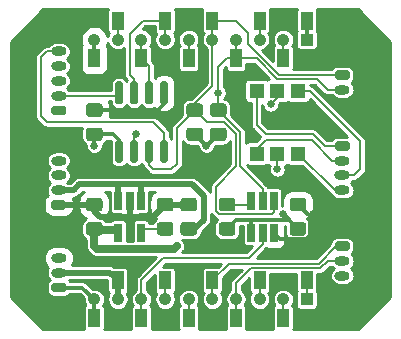
<source format=gbr>
%TF.GenerationSoftware,KiCad,Pcbnew,5.1.6-c6e7f7d~86~ubuntu18.04.1*%
%TF.CreationDate,2020-05-27T14:43:56+02:00*%
%TF.ProjectId,cf-deck-carrier,63662d64-6563-46b2-9d63-617272696572,0.1A*%
%TF.SameCoordinates,Original*%
%TF.FileFunction,Copper,L4,Bot*%
%TF.FilePolarity,Positive*%
%FSLAX46Y46*%
G04 Gerber Fmt 4.6, Leading zero omitted, Abs format (unit mm)*
G04 Created by KiCad (PCBNEW 5.1.6-c6e7f7d~86~ubuntu18.04.1) date 2020-05-27 14:43:56*
%MOMM*%
%LPD*%
G01*
G04 APERTURE LIST*
%TA.AperFunction,SMDPad,CuDef*%
%ADD10R,0.650000X1.560000*%
%TD*%
%TA.AperFunction,SMDPad,CuDef*%
%ADD11R,1.300000X1.300000*%
%TD*%
%TA.AperFunction,ComponentPad*%
%ADD12O,1.300000X0.800000*%
%TD*%
%TA.AperFunction,SMDPad,CuDef*%
%ADD13C,1.050000*%
%TD*%
%TA.AperFunction,SMDPad,CuDef*%
%ADD14R,1.000000X1.600000*%
%TD*%
%TA.AperFunction,ComponentPad*%
%ADD15C,1.050000*%
%TD*%
%TA.AperFunction,ComponentPad*%
%ADD16R,1.050000X1.050000*%
%TD*%
%TA.AperFunction,ViaPad*%
%ADD17C,0.635000*%
%TD*%
%TA.AperFunction,Conductor*%
%ADD18C,0.203200*%
%TD*%
%TA.AperFunction,Conductor*%
%ADD19C,0.304800*%
%TD*%
%TA.AperFunction,Conductor*%
%ADD20C,0.508000*%
%TD*%
%TA.AperFunction,Conductor*%
%ADD21C,0.635000*%
%TD*%
%TA.AperFunction,Conductor*%
%ADD22C,0.254000*%
%TD*%
G04 APERTURE END LIST*
D10*
%TO.P,U1,5*%
%TO.N,VCC*%
X132051000Y-102350920D03*
%TO.P,U1,4*%
%TO.N,Net-(C2-Pad1)*%
X133951000Y-102350920D03*
%TO.P,U1,3*%
%TO.N,VCOM*%
X133951000Y-99650920D03*
%TO.P,U1,2*%
%TO.N,GND*%
X133001000Y-99650920D03*
%TO.P,U1,1*%
%TO.N,VCOM*%
X132051000Y-99650920D03*
%TD*%
%TO.P,U3,5*%
%TO.N,/OW*%
X144251000Y-102350920D03*
%TO.P,U3,6*%
%TO.N,VCC*%
X143301000Y-102350920D03*
%TO.P,U3,4*%
%TO.N,GND*%
X145201000Y-102350920D03*
%TO.P,U3,3*%
%TO.N,/SCL*%
X145201000Y-99650920D03*
%TO.P,U3,2*%
%TO.N,/SDA*%
X144251000Y-99650920D03*
%TO.P,U3,1*%
%TO.N,Net-(R3-Pad2)*%
X143301000Y-99650920D03*
%TD*%
D11*
%TO.P,SW1,1*%
%TO.N,/RX1*%
X143751000Y-90350920D03*
%TO.P,SW1,2*%
%TO.N,/RX_AUX*%
X145501000Y-90350920D03*
%TO.P,SW1,3*%
%TO.N,/RX2*%
X147251000Y-90350920D03*
%TO.P,SW1,4*%
%TO.N,/TX1*%
X143751000Y-95650920D03*
%TO.P,SW1,5*%
%TO.N,/TX_AUX*%
X145501000Y-95650920D03*
%TO.P,SW1,6*%
%TO.N,/TX2*%
X147251000Y-95650920D03*
%TD*%
%TO.P,J1,1*%
%TO.N,VUSB*%
%TA.AperFunction,ComponentPad*%
G36*
G01*
X127451000Y-107400920D02*
X126551000Y-107400920D01*
G75*
G02*
X126351000Y-107200920I0J200000D01*
G01*
X126351000Y-106800920D01*
G75*
G02*
X126551000Y-106600920I200000J0D01*
G01*
X127451000Y-106600920D01*
G75*
G02*
X127651000Y-106800920I0J-200000D01*
G01*
X127651000Y-107200920D01*
G75*
G02*
X127451000Y-107400920I-200000J0D01*
G01*
G37*
%TD.AperFunction*%
D12*
%TO.P,J1,2*%
%TO.N,VCOM*%
X127001000Y-105750920D03*
%TO.P,J1,3*%
%TO.N,GND*%
X127001000Y-104500920D03*
%TD*%
%TO.P,U2,8*%
%TO.N,VCC*%
%TA.AperFunction,SMDPad,CuDef*%
G36*
G01*
X131946000Y-94500920D02*
X132246000Y-94500920D01*
G75*
G02*
X132396000Y-94650920I0J-150000D01*
G01*
X132396000Y-96300920D01*
G75*
G02*
X132246000Y-96450920I-150000J0D01*
G01*
X131946000Y-96450920D01*
G75*
G02*
X131796000Y-96300920I0J150000D01*
G01*
X131796000Y-94650920D01*
G75*
G02*
X131946000Y-94500920I150000J0D01*
G01*
G37*
%TD.AperFunction*%
%TO.P,U2,7*%
%TO.N,/SDA*%
%TA.AperFunction,SMDPad,CuDef*%
G36*
G01*
X133216000Y-94500920D02*
X133516000Y-94500920D01*
G75*
G02*
X133666000Y-94650920I0J-150000D01*
G01*
X133666000Y-96300920D01*
G75*
G02*
X133516000Y-96450920I-150000J0D01*
G01*
X133216000Y-96450920D01*
G75*
G02*
X133066000Y-96300920I0J150000D01*
G01*
X133066000Y-94650920D01*
G75*
G02*
X133216000Y-94500920I150000J0D01*
G01*
G37*
%TD.AperFunction*%
%TO.P,U2,6*%
%TO.N,/SCL*%
%TA.AperFunction,SMDPad,CuDef*%
G36*
G01*
X134486000Y-94500920D02*
X134786000Y-94500920D01*
G75*
G02*
X134936000Y-94650920I0J-150000D01*
G01*
X134936000Y-96300920D01*
G75*
G02*
X134786000Y-96450920I-150000J0D01*
G01*
X134486000Y-96450920D01*
G75*
G02*
X134336000Y-96300920I0J150000D01*
G01*
X134336000Y-94650920D01*
G75*
G02*
X134486000Y-94500920I150000J0D01*
G01*
G37*
%TD.AperFunction*%
%TO.P,U2,5*%
%TO.N,/IO4*%
%TA.AperFunction,SMDPad,CuDef*%
G36*
G01*
X135756000Y-94500920D02*
X136056000Y-94500920D01*
G75*
G02*
X136206000Y-94650920I0J-150000D01*
G01*
X136206000Y-96300920D01*
G75*
G02*
X136056000Y-96450920I-150000J0D01*
G01*
X135756000Y-96450920D01*
G75*
G02*
X135606000Y-96300920I0J150000D01*
G01*
X135606000Y-94650920D01*
G75*
G02*
X135756000Y-94500920I150000J0D01*
G01*
G37*
%TD.AperFunction*%
%TO.P,U2,4*%
%TO.N,GND*%
%TA.AperFunction,SMDPad,CuDef*%
G36*
G01*
X135756000Y-89550920D02*
X136056000Y-89550920D01*
G75*
G02*
X136206000Y-89700920I0J-150000D01*
G01*
X136206000Y-91350920D01*
G75*
G02*
X136056000Y-91500920I-150000J0D01*
G01*
X135756000Y-91500920D01*
G75*
G02*
X135606000Y-91350920I0J150000D01*
G01*
X135606000Y-89700920D01*
G75*
G02*
X135756000Y-89550920I150000J0D01*
G01*
G37*
%TD.AperFunction*%
%TO.P,U2,3*%
%TO.N,/IO3*%
%TA.AperFunction,SMDPad,CuDef*%
G36*
G01*
X134486000Y-89550920D02*
X134786000Y-89550920D01*
G75*
G02*
X134936000Y-89700920I0J-150000D01*
G01*
X134936000Y-91350920D01*
G75*
G02*
X134786000Y-91500920I-150000J0D01*
G01*
X134486000Y-91500920D01*
G75*
G02*
X134336000Y-91350920I0J150000D01*
G01*
X134336000Y-89700920D01*
G75*
G02*
X134486000Y-89550920I150000J0D01*
G01*
G37*
%TD.AperFunction*%
%TO.P,U2,2*%
%TO.N,/IO2*%
%TA.AperFunction,SMDPad,CuDef*%
G36*
G01*
X133216000Y-89550920D02*
X133516000Y-89550920D01*
G75*
G02*
X133666000Y-89700920I0J-150000D01*
G01*
X133666000Y-91350920D01*
G75*
G02*
X133516000Y-91500920I-150000J0D01*
G01*
X133216000Y-91500920D01*
G75*
G02*
X133066000Y-91350920I0J150000D01*
G01*
X133066000Y-89700920D01*
G75*
G02*
X133216000Y-89550920I150000J0D01*
G01*
G37*
%TD.AperFunction*%
%TO.P,U2,1*%
%TO.N,/IO1*%
%TA.AperFunction,SMDPad,CuDef*%
G36*
G01*
X131946000Y-89550920D02*
X132246000Y-89550920D01*
G75*
G02*
X132396000Y-89700920I0J-150000D01*
G01*
X132396000Y-91350920D01*
G75*
G02*
X132246000Y-91500920I-150000J0D01*
G01*
X131946000Y-91500920D01*
G75*
G02*
X131796000Y-91350920I0J150000D01*
G01*
X131796000Y-89700920D01*
G75*
G02*
X131946000Y-89550920I150000J0D01*
G01*
G37*
%TD.AperFunction*%
%TD*%
D13*
%TO.P,P1,10*%
%TO.N,GND*%
X130001000Y-86000920D03*
%TO.P,P1,9*%
%TO.N,/IO4*%
X132001000Y-86000920D03*
%TO.P,P1,8*%
%TO.N,/IO3*%
X134001000Y-86000920D03*
%TO.P,P1,7*%
%TO.N,/IO2*%
X136001000Y-86000920D03*
%TO.P,P1,6*%
%TO.N,/IO1*%
X138001000Y-86000920D03*
%TO.P,P1,5*%
%TO.N,/SCL*%
X140001000Y-86000920D03*
%TO.P,P1,4*%
%TO.N,/SDA*%
X142001000Y-86000920D03*
%TO.P,P1,3*%
%TO.N,/TX1*%
X144001000Y-86000920D03*
%TO.P,P1,2*%
%TO.N,/RX1*%
X146001000Y-86000920D03*
%TO.P,P1,1*%
%TO.N,VCC*%
X148001000Y-86000920D03*
D14*
%TO.P,P1,10*%
%TO.N,GND*%
X130001000Y-87600920D03*
%TO.P,P1,9*%
%TO.N,/IO4*%
X132001000Y-84400920D03*
%TO.P,P1,8*%
%TO.N,/IO3*%
X134001000Y-87600920D03*
%TO.P,P1,7*%
%TO.N,/IO2*%
X136001000Y-84400920D03*
%TO.P,P1,6*%
%TO.N,/IO1*%
X138001000Y-87600920D03*
%TO.P,P1,5*%
%TO.N,/SCL*%
X140001000Y-84400920D03*
%TO.P,P1,4*%
%TO.N,/SDA*%
X142001000Y-87600920D03*
%TO.P,P1,3*%
%TO.N,/TX1*%
X144001000Y-84400920D03*
%TO.P,P1,2*%
%TO.N,/RX1*%
X146001000Y-87600920D03*
%TO.P,P1,1*%
%TO.N,VCC*%
X148001000Y-84400920D03*
D15*
%TO.P,P1,5*%
%TO.N,/SCL*%
X140001000Y-86000920D03*
%TO.P,P1,6*%
%TO.N,/IO1*%
X138001000Y-86000920D03*
%TO.P,P1,7*%
%TO.N,/IO2*%
X136001000Y-86000920D03*
%TO.P,P1,4*%
%TO.N,/SDA*%
X142001000Y-86000920D03*
%TO.P,P1,3*%
%TO.N,/TX1*%
X144001000Y-86000920D03*
%TO.P,P1,9*%
%TO.N,/IO4*%
X132001000Y-86000920D03*
%TO.P,P1,8*%
%TO.N,/IO3*%
X134001000Y-86000920D03*
D16*
%TO.P,P1,1*%
%TO.N,VCC*%
X148001000Y-86000920D03*
D15*
%TO.P,P1,2*%
%TO.N,/RX1*%
X146001000Y-86000920D03*
%TO.P,P1,10*%
%TO.N,GND*%
X130001000Y-86000920D03*
%TD*%
D13*
%TO.P,P2,10*%
%TO.N,VUSB*%
X130001000Y-108000920D03*
%TO.P,P2,9*%
%TO.N,VCOM*%
X132001000Y-108000920D03*
%TO.P,P2,8*%
%TO.N,/OW*%
X134001000Y-108000920D03*
%TO.P,P2,7*%
%TO.N,Net-(P2-Pad7)*%
X136001000Y-108000920D03*
%TO.P,P2,6*%
%TO.N,Net-(P2-Pad6)*%
X138001000Y-108000920D03*
%TO.P,P2,5*%
%TO.N,/MOSI*%
X140001000Y-108000920D03*
%TO.P,P2,4*%
%TO.N,/MISO*%
X142001000Y-108000920D03*
%TO.P,P2,3*%
%TO.N,/SCK*%
X144001000Y-108000920D03*
%TO.P,P2,2*%
%TO.N,/RX2*%
X146001000Y-108000920D03*
%TO.P,P2,1*%
%TO.N,/TX2*%
X148001000Y-108000920D03*
D14*
%TO.P,P2,10*%
%TO.N,VUSB*%
X130001000Y-109600920D03*
%TO.P,P2,9*%
%TO.N,VCOM*%
X132001000Y-106400920D03*
%TO.P,P2,8*%
%TO.N,/OW*%
X134001000Y-109600920D03*
%TO.P,P2,7*%
%TO.N,Net-(P2-Pad7)*%
X136001000Y-106400920D03*
%TO.P,P2,6*%
%TO.N,Net-(P2-Pad6)*%
X138001000Y-109600920D03*
%TO.P,P2,5*%
%TO.N,/MOSI*%
X140001000Y-106400920D03*
%TO.P,P2,4*%
%TO.N,/MISO*%
X142001000Y-109600920D03*
%TO.P,P2,3*%
%TO.N,/SCK*%
X144001000Y-106400920D03*
%TO.P,P2,2*%
%TO.N,/RX2*%
X146001000Y-109600920D03*
%TO.P,P2,1*%
%TO.N,/TX2*%
X148001000Y-106400920D03*
D15*
%TO.P,P2,5*%
%TO.N,/MOSI*%
X140001000Y-108000920D03*
%TO.P,P2,6*%
%TO.N,Net-(P2-Pad6)*%
X138001000Y-108000920D03*
%TO.P,P2,7*%
%TO.N,Net-(P2-Pad7)*%
X136001000Y-108000920D03*
%TO.P,P2,4*%
%TO.N,/MISO*%
X142001000Y-108000920D03*
%TO.P,P2,3*%
%TO.N,/SCK*%
X144001000Y-108000920D03*
%TO.P,P2,9*%
%TO.N,VCOM*%
X132001000Y-108000920D03*
%TO.P,P2,8*%
%TO.N,/OW*%
X134001000Y-108000920D03*
D16*
%TO.P,P2,1*%
%TO.N,/TX2*%
X148001000Y-108000920D03*
D15*
%TO.P,P2,2*%
%TO.N,/RX2*%
X146001000Y-108000920D03*
%TO.P,P2,10*%
%TO.N,VUSB*%
X130001000Y-108000920D03*
%TD*%
%TO.P,J5,1*%
%TO.N,/OW*%
%TA.AperFunction,ComponentPad*%
G36*
G01*
X127451000Y-92400920D02*
X126551000Y-92400920D01*
G75*
G02*
X126351000Y-92200920I0J200000D01*
G01*
X126351000Y-91800920D01*
G75*
G02*
X126551000Y-91600920I200000J0D01*
G01*
X127451000Y-91600920D01*
G75*
G02*
X127651000Y-91800920I0J-200000D01*
G01*
X127651000Y-92200920D01*
G75*
G02*
X127451000Y-92400920I-200000J0D01*
G01*
G37*
%TD.AperFunction*%
D12*
%TO.P,J5,2*%
%TO.N,/IO1*%
X127001000Y-90750920D03*
%TO.P,J5,3*%
%TO.N,/IO2*%
X127001000Y-89500920D03*
%TO.P,J5,4*%
%TO.N,/IO3*%
X127001000Y-88250920D03*
%TO.P,J5,5*%
%TO.N,/IO4*%
X127001000Y-87000920D03*
%TD*%
%TO.P,J4,1*%
%TO.N,/SCL*%
%TA.AperFunction,ComponentPad*%
G36*
G01*
X150551000Y-88600920D02*
X151451000Y-88600920D01*
G75*
G02*
X151651000Y-88800920I0J-200000D01*
G01*
X151651000Y-89200920D01*
G75*
G02*
X151451000Y-89400920I-200000J0D01*
G01*
X150551000Y-89400920D01*
G75*
G02*
X150351000Y-89200920I0J200000D01*
G01*
X150351000Y-88800920D01*
G75*
G02*
X150551000Y-88600920I200000J0D01*
G01*
G37*
%TD.AperFunction*%
%TO.P,J4,2*%
%TO.N,/SDA*%
X151001000Y-90250920D03*
%TD*%
%TO.P,J2,1*%
%TO.N,/RX1*%
%TA.AperFunction,ComponentPad*%
G36*
G01*
X150551000Y-94600920D02*
X151451000Y-94600920D01*
G75*
G02*
X151651000Y-94800920I0J-200000D01*
G01*
X151651000Y-95200920D01*
G75*
G02*
X151451000Y-95400920I-200000J0D01*
G01*
X150551000Y-95400920D01*
G75*
G02*
X150351000Y-95200920I0J200000D01*
G01*
X150351000Y-94800920D01*
G75*
G02*
X150551000Y-94600920I200000J0D01*
G01*
G37*
%TD.AperFunction*%
%TO.P,J2,2*%
%TO.N,/TX1*%
X151001000Y-96250920D03*
%TO.P,J2,3*%
%TO.N,/RX2*%
X151001000Y-97500920D03*
%TO.P,J2,4*%
%TO.N,/TX2*%
X151001000Y-98750920D03*
%TD*%
%TO.P,J6,1*%
%TO.N,GND*%
%TA.AperFunction,ComponentPad*%
G36*
G01*
X127451000Y-100400920D02*
X126551000Y-100400920D01*
G75*
G02*
X126351000Y-100200920I0J200000D01*
G01*
X126351000Y-99800920D01*
G75*
G02*
X126551000Y-99600920I200000J0D01*
G01*
X127451000Y-99600920D01*
G75*
G02*
X127651000Y-99800920I0J-200000D01*
G01*
X127651000Y-100200920D01*
G75*
G02*
X127451000Y-100400920I-200000J0D01*
G01*
G37*
%TD.AperFunction*%
%TO.P,J6,2*%
%TO.N,VCOM*%
X127001000Y-98750920D03*
%TO.P,J6,3*%
%TO.N,/TX_AUX*%
X127001000Y-97500920D03*
%TO.P,J6,4*%
%TO.N,/RX_AUX*%
X127001000Y-96250920D03*
%TD*%
%TO.P,J3,1*%
%TO.N,/MOSI*%
%TA.AperFunction,ComponentPad*%
G36*
G01*
X150551000Y-103100920D02*
X151451000Y-103100920D01*
G75*
G02*
X151651000Y-103300920I0J-200000D01*
G01*
X151651000Y-103700920D01*
G75*
G02*
X151451000Y-103900920I-200000J0D01*
G01*
X150551000Y-103900920D01*
G75*
G02*
X150351000Y-103700920I0J200000D01*
G01*
X150351000Y-103300920D01*
G75*
G02*
X150551000Y-103100920I200000J0D01*
G01*
G37*
%TD.AperFunction*%
%TO.P,J3,2*%
%TO.N,/MISO*%
X151001000Y-104750920D03*
%TO.P,J3,3*%
%TO.N,/SCK*%
X151001000Y-106000920D03*
%TD*%
%TO.P,R3,2*%
%TO.N,Net-(R3-Pad2)*%
%TA.AperFunction,SMDPad,CuDef*%
G36*
G01*
X141701001Y-100550920D02*
X140800999Y-100550920D01*
G75*
G02*
X140551000Y-100300921I0J249999D01*
G01*
X140551000Y-99650919D01*
G75*
G02*
X140800999Y-99400920I249999J0D01*
G01*
X141701001Y-99400920D01*
G75*
G02*
X141951000Y-99650919I0J-249999D01*
G01*
X141951000Y-100300921D01*
G75*
G02*
X141701001Y-100550920I-249999J0D01*
G01*
G37*
%TD.AperFunction*%
%TO.P,R3,1*%
%TO.N,VCC*%
%TA.AperFunction,SMDPad,CuDef*%
G36*
G01*
X141701001Y-102600920D02*
X140800999Y-102600920D01*
G75*
G02*
X140551000Y-102350921I0J249999D01*
G01*
X140551000Y-101700919D01*
G75*
G02*
X140800999Y-101450920I249999J0D01*
G01*
X141701001Y-101450920D01*
G75*
G02*
X141951000Y-101700919I0J-249999D01*
G01*
X141951000Y-102350921D01*
G75*
G02*
X141701001Y-102600920I-249999J0D01*
G01*
G37*
%TD.AperFunction*%
%TD*%
%TO.P,R2,2*%
%TO.N,/SCL*%
%TA.AperFunction,SMDPad,CuDef*%
G36*
G01*
X138951001Y-92550920D02*
X138050999Y-92550920D01*
G75*
G02*
X137801000Y-92300921I0J249999D01*
G01*
X137801000Y-91650919D01*
G75*
G02*
X138050999Y-91400920I249999J0D01*
G01*
X138951001Y-91400920D01*
G75*
G02*
X139201000Y-91650919I0J-249999D01*
G01*
X139201000Y-92300921D01*
G75*
G02*
X138951001Y-92550920I-249999J0D01*
G01*
G37*
%TD.AperFunction*%
%TO.P,R2,1*%
%TO.N,VCC*%
%TA.AperFunction,SMDPad,CuDef*%
G36*
G01*
X138951001Y-94600920D02*
X138050999Y-94600920D01*
G75*
G02*
X137801000Y-94350921I0J249999D01*
G01*
X137801000Y-93700919D01*
G75*
G02*
X138050999Y-93450920I249999J0D01*
G01*
X138951001Y-93450920D01*
G75*
G02*
X139201000Y-93700919I0J-249999D01*
G01*
X139201000Y-94350921D01*
G75*
G02*
X138951001Y-94600920I-249999J0D01*
G01*
G37*
%TD.AperFunction*%
%TD*%
%TO.P,R1,2*%
%TO.N,/SDA*%
%TA.AperFunction,SMDPad,CuDef*%
G36*
G01*
X140951001Y-92550920D02*
X140050999Y-92550920D01*
G75*
G02*
X139801000Y-92300921I0J249999D01*
G01*
X139801000Y-91650919D01*
G75*
G02*
X140050999Y-91400920I249999J0D01*
G01*
X140951001Y-91400920D01*
G75*
G02*
X141201000Y-91650919I0J-249999D01*
G01*
X141201000Y-92300921D01*
G75*
G02*
X140951001Y-92550920I-249999J0D01*
G01*
G37*
%TD.AperFunction*%
%TO.P,R1,1*%
%TO.N,VCC*%
%TA.AperFunction,SMDPad,CuDef*%
G36*
G01*
X140951001Y-94600920D02*
X140050999Y-94600920D01*
G75*
G02*
X139801000Y-94350921I0J249999D01*
G01*
X139801000Y-93700919D01*
G75*
G02*
X140050999Y-93450920I249999J0D01*
G01*
X140951001Y-93450920D01*
G75*
G02*
X141201000Y-93700919I0J-249999D01*
G01*
X141201000Y-94350921D01*
G75*
G02*
X140951001Y-94600920I-249999J0D01*
G01*
G37*
%TD.AperFunction*%
%TD*%
%TO.P,C5,2*%
%TO.N,GND*%
%TA.AperFunction,SMDPad,CuDef*%
G36*
G01*
X147701001Y-100550920D02*
X146800999Y-100550920D01*
G75*
G02*
X146551000Y-100300921I0J249999D01*
G01*
X146551000Y-99650919D01*
G75*
G02*
X146800999Y-99400920I249999J0D01*
G01*
X147701001Y-99400920D01*
G75*
G02*
X147951000Y-99650919I0J-249999D01*
G01*
X147951000Y-100300921D01*
G75*
G02*
X147701001Y-100550920I-249999J0D01*
G01*
G37*
%TD.AperFunction*%
%TO.P,C5,1*%
%TO.N,VCC*%
%TA.AperFunction,SMDPad,CuDef*%
G36*
G01*
X147701001Y-102600920D02*
X146800999Y-102600920D01*
G75*
G02*
X146551000Y-102350921I0J249999D01*
G01*
X146551000Y-101700919D01*
G75*
G02*
X146800999Y-101450920I249999J0D01*
G01*
X147701001Y-101450920D01*
G75*
G02*
X147951000Y-101700919I0J-249999D01*
G01*
X147951000Y-102350921D01*
G75*
G02*
X147701001Y-102600920I-249999J0D01*
G01*
G37*
%TD.AperFunction*%
%TD*%
%TO.P,C4,2*%
%TO.N,GND*%
%TA.AperFunction,SMDPad,CuDef*%
G36*
G01*
X130451001Y-92550920D02*
X129550999Y-92550920D01*
G75*
G02*
X129301000Y-92300921I0J249999D01*
G01*
X129301000Y-91650919D01*
G75*
G02*
X129550999Y-91400920I249999J0D01*
G01*
X130451001Y-91400920D01*
G75*
G02*
X130701000Y-91650919I0J-249999D01*
G01*
X130701000Y-92300921D01*
G75*
G02*
X130451001Y-92550920I-249999J0D01*
G01*
G37*
%TD.AperFunction*%
%TO.P,C4,1*%
%TO.N,VCC*%
%TA.AperFunction,SMDPad,CuDef*%
G36*
G01*
X130451001Y-94600920D02*
X129550999Y-94600920D01*
G75*
G02*
X129301000Y-94350921I0J249999D01*
G01*
X129301000Y-93700919D01*
G75*
G02*
X129550999Y-93450920I249999J0D01*
G01*
X130451001Y-93450920D01*
G75*
G02*
X130701000Y-93700919I0J-249999D01*
G01*
X130701000Y-94350921D01*
G75*
G02*
X130451001Y-94600920I-249999J0D01*
G01*
G37*
%TD.AperFunction*%
%TD*%
%TO.P,C3,2*%
%TO.N,GND*%
%TA.AperFunction,SMDPad,CuDef*%
G36*
G01*
X130451001Y-100550920D02*
X129550999Y-100550920D01*
G75*
G02*
X129301000Y-100300921I0J249999D01*
G01*
X129301000Y-99650919D01*
G75*
G02*
X129550999Y-99400920I249999J0D01*
G01*
X130451001Y-99400920D01*
G75*
G02*
X130701000Y-99650919I0J-249999D01*
G01*
X130701000Y-100300921D01*
G75*
G02*
X130451001Y-100550920I-249999J0D01*
G01*
G37*
%TD.AperFunction*%
%TO.P,C3,1*%
%TO.N,VCC*%
%TA.AperFunction,SMDPad,CuDef*%
G36*
G01*
X130451001Y-102600920D02*
X129550999Y-102600920D01*
G75*
G02*
X129301000Y-102350921I0J249999D01*
G01*
X129301000Y-101700919D01*
G75*
G02*
X129550999Y-101450920I249999J0D01*
G01*
X130451001Y-101450920D01*
G75*
G02*
X130701000Y-101700919I0J-249999D01*
G01*
X130701000Y-102350921D01*
G75*
G02*
X130451001Y-102600920I-249999J0D01*
G01*
G37*
%TD.AperFunction*%
%TD*%
%TO.P,C2,2*%
%TO.N,GND*%
%TA.AperFunction,SMDPad,CuDef*%
G36*
G01*
X136451001Y-100550920D02*
X135550999Y-100550920D01*
G75*
G02*
X135301000Y-100300921I0J249999D01*
G01*
X135301000Y-99650919D01*
G75*
G02*
X135550999Y-99400920I249999J0D01*
G01*
X136451001Y-99400920D01*
G75*
G02*
X136701000Y-99650919I0J-249999D01*
G01*
X136701000Y-100300921D01*
G75*
G02*
X136451001Y-100550920I-249999J0D01*
G01*
G37*
%TD.AperFunction*%
%TO.P,C2,1*%
%TO.N,Net-(C2-Pad1)*%
%TA.AperFunction,SMDPad,CuDef*%
G36*
G01*
X136451001Y-102600920D02*
X135550999Y-102600920D01*
G75*
G02*
X135301000Y-102350921I0J249999D01*
G01*
X135301000Y-101700919D01*
G75*
G02*
X135550999Y-101450920I249999J0D01*
G01*
X136451001Y-101450920D01*
G75*
G02*
X136701000Y-101700919I0J-249999D01*
G01*
X136701000Y-102350921D01*
G75*
G02*
X136451001Y-102600920I-249999J0D01*
G01*
G37*
%TD.AperFunction*%
%TD*%
%TO.P,C1,2*%
%TO.N,GND*%
%TA.AperFunction,SMDPad,CuDef*%
G36*
G01*
X138451001Y-100550920D02*
X137550999Y-100550920D01*
G75*
G02*
X137301000Y-100300921I0J249999D01*
G01*
X137301000Y-99650919D01*
G75*
G02*
X137550999Y-99400920I249999J0D01*
G01*
X138451001Y-99400920D01*
G75*
G02*
X138701000Y-99650919I0J-249999D01*
G01*
X138701000Y-100300921D01*
G75*
G02*
X138451001Y-100550920I-249999J0D01*
G01*
G37*
%TD.AperFunction*%
%TO.P,C1,1*%
%TO.N,VCOM*%
%TA.AperFunction,SMDPad,CuDef*%
G36*
G01*
X138451001Y-102600920D02*
X137550999Y-102600920D01*
G75*
G02*
X137301000Y-102350921I0J249999D01*
G01*
X137301000Y-101700919D01*
G75*
G02*
X137550999Y-101450920I249999J0D01*
G01*
X138451001Y-101450920D01*
G75*
G02*
X138701000Y-101700919I0J-249999D01*
G01*
X138701000Y-102350921D01*
G75*
G02*
X138451001Y-102600920I-249999J0D01*
G01*
G37*
%TD.AperFunction*%
%TD*%
D17*
%TO.N,GND*%
X131501000Y-92000920D03*
X148501000Y-100750920D03*
X149501000Y-106500920D03*
X127001000Y-102000920D03*
X138001000Y-106000920D03*
X139501000Y-103500920D03*
X145826000Y-92775920D03*
X142001000Y-90500920D03*
%TO.N,VCC*%
X139501000Y-95000920D03*
X130001000Y-95000920D03*
X146001000Y-100750920D03*
X130001000Y-103500920D03*
X137001000Y-103500920D03*
%TO.N,/SDA*%
X133501000Y-94000920D03*
X140501000Y-90504459D03*
%TO.N,/RX_AUX*%
X144929490Y-91486694D03*
%TO.N,/TX_AUX*%
X145501000Y-97000920D03*
%TD*%
D18*
%TO.N,Net-(P2-Pad7)*%
X136001000Y-106400920D02*
X136001000Y-108000920D01*
%TO.N,Net-(P2-Pad6)*%
X138001000Y-109600920D02*
X138001000Y-108000920D01*
D19*
%TO.N,GND*%
X130001000Y-87600920D02*
X130001000Y-86000920D01*
X135906000Y-91500920D02*
X135906000Y-90525920D01*
X135431000Y-91975920D02*
X135906000Y-91500920D01*
X130001000Y-91975920D02*
X135431000Y-91975920D01*
D20*
X138001000Y-99975920D02*
X136001000Y-99975920D01*
D19*
X136001000Y-99975920D02*
X136001000Y-100000920D01*
D20*
X136001000Y-100000920D02*
X135001000Y-101000920D01*
X135001000Y-101000920D02*
X133738798Y-101000920D01*
X130001000Y-100500920D02*
X130001000Y-99975920D01*
X130501000Y-101000920D02*
X130001000Y-100500920D01*
X133738798Y-101000920D02*
X130501000Y-101000920D01*
D19*
X127026000Y-99975920D02*
X127001000Y-100000920D01*
D20*
X130001000Y-99975920D02*
X127026000Y-99975920D01*
D19*
X131476000Y-91975920D02*
X131501000Y-92000920D01*
X130001000Y-91975920D02*
X131476000Y-91975920D01*
D20*
X133001000Y-101000920D02*
X133001000Y-99900920D01*
X133738798Y-101000920D02*
X133001000Y-101000920D01*
D19*
X148255810Y-100980730D02*
X147251000Y-99975920D01*
X148255810Y-102580732D02*
X148255810Y-100980730D01*
X147930812Y-102905730D02*
X148255810Y-102580732D01*
X145755810Y-102905730D02*
X147930812Y-102905730D01*
X145201000Y-102350920D02*
X145755810Y-102905730D01*
X148255810Y-100980730D02*
X148271190Y-100980730D01*
X148271190Y-100980730D02*
X148501000Y-100750920D01*
D20*
%TO.N,VCOM*%
X132001000Y-106400920D02*
X132001000Y-108000920D01*
X131351000Y-105750920D02*
X132001000Y-106400920D01*
X127001000Y-105750920D02*
X131351000Y-105750920D01*
X138476000Y-102025920D02*
X138001000Y-102025920D01*
X128251000Y-98750920D02*
X128751000Y-98250920D01*
X127001000Y-98750920D02*
X128251000Y-98750920D01*
X139251000Y-101250920D02*
X138476000Y-102025920D01*
X138285054Y-98250920D02*
X139251000Y-99216866D01*
X139251000Y-99216866D02*
X139251000Y-101250920D01*
D19*
X132051000Y-98300920D02*
X132001000Y-98250920D01*
D20*
X132051000Y-99650920D02*
X132051000Y-98300920D01*
X128751000Y-98250920D02*
X132001000Y-98250920D01*
D19*
X133951000Y-98300920D02*
X134001000Y-98250920D01*
D20*
X133951000Y-99650920D02*
X133951000Y-98300920D01*
X132001000Y-98250920D02*
X134001000Y-98250920D01*
X134001000Y-98250920D02*
X138285054Y-98250920D01*
D18*
%TO.N,Net-(C2-Pad1)*%
X134026000Y-102025920D02*
X133951000Y-102100920D01*
X136001000Y-102025920D02*
X134026000Y-102025920D01*
D19*
%TO.N,VCC*%
X148001000Y-84400920D02*
X148001000Y-86000920D01*
X130076000Y-102100920D02*
X130001000Y-102025920D01*
D21*
X132051000Y-102100920D02*
X130076000Y-102100920D01*
D19*
X140501000Y-94025920D02*
X139526000Y-95000920D01*
X139476000Y-95000920D02*
X139501000Y-95000920D01*
X138501000Y-94025920D02*
X139476000Y-95000920D01*
X139526000Y-95000920D02*
X139501000Y-95000920D01*
X130001000Y-94025920D02*
X130001000Y-95000920D01*
X130001000Y-94025920D02*
X131586000Y-94025920D01*
X132096000Y-94535920D02*
X132096000Y-95475920D01*
X131586000Y-94025920D02*
X132096000Y-94535920D01*
X142026000Y-101250920D02*
X141251000Y-102025920D01*
X147251000Y-102025920D02*
X146476000Y-101250920D01*
X146476000Y-101250920D02*
X146476000Y-101225920D01*
X146476000Y-101225920D02*
X146001000Y-100750920D01*
X143301000Y-101300920D02*
X143251000Y-101250920D01*
X143301000Y-102350920D02*
X143301000Y-101300920D01*
X146476000Y-101250920D02*
X143251000Y-101250920D01*
X143251000Y-101250920D02*
X142026000Y-101250920D01*
D21*
X130001000Y-102025920D02*
X130001000Y-103500920D01*
X136751000Y-103750920D02*
X137001000Y-103500920D01*
X130251000Y-103750920D02*
X136751000Y-103750920D01*
X130001000Y-103500920D02*
X130251000Y-103750920D01*
D19*
%TO.N,VUSB*%
X130001000Y-109600920D02*
X130001000Y-108000920D01*
X129001000Y-107000920D02*
X130001000Y-108000920D01*
X127001000Y-107000920D02*
X129001000Y-107000920D01*
D18*
%TO.N,/RX2*%
X146001000Y-109600920D02*
X146001000Y-108000920D01*
X152501000Y-94604886D02*
X148247034Y-90350920D01*
X152501000Y-97000920D02*
X152501000Y-94604886D01*
X148247034Y-90350920D02*
X147251000Y-90350920D01*
X151001000Y-97500920D02*
X152001000Y-97500920D01*
X152001000Y-97500920D02*
X152501000Y-97000920D01*
%TO.N,/TX2*%
X148001000Y-106400920D02*
X148001000Y-108000920D01*
X150351000Y-98750920D02*
X147251000Y-95650920D01*
X151001000Y-98750920D02*
X150351000Y-98750920D01*
%TO.N,/RX1*%
X146001000Y-87600920D02*
X146001000Y-86000920D01*
X149501000Y-95000920D02*
X151001000Y-95000920D01*
X144501000Y-94000920D02*
X148501000Y-94000920D01*
X148501000Y-94000920D02*
X149501000Y-95000920D01*
X143751000Y-90350920D02*
X143751000Y-93250920D01*
X143751000Y-93250920D02*
X144501000Y-94000920D01*
%TO.N,/TX1*%
X144001000Y-84400920D02*
X144001000Y-86000920D01*
X143751000Y-95650920D02*
X143751000Y-95250920D01*
X143751000Y-95250920D02*
X144501000Y-94500920D01*
X148397800Y-94500920D02*
X150147800Y-96250920D01*
X150147800Y-96250920D02*
X151001000Y-96250920D01*
X144501000Y-94500920D02*
X148397800Y-94500920D01*
%TO.N,/MOSI*%
X140001000Y-106400920D02*
X140001000Y-108000920D01*
X151001000Y-103500920D02*
X150489935Y-103500920D01*
X141410611Y-104991309D02*
X140001000Y-106400920D01*
X148999546Y-104991309D02*
X141410611Y-104991309D01*
X150489935Y-103500920D02*
X148999546Y-104991309D01*
%TO.N,/MISO*%
X142001000Y-109600920D02*
X142001000Y-108000920D01*
X151001000Y-104750920D02*
X149751000Y-104750920D01*
X149751000Y-104750920D02*
X149155001Y-105346919D01*
X142001000Y-106643718D02*
X142001000Y-108000920D01*
X143297799Y-105346919D02*
X142001000Y-106643718D01*
X149155001Y-105346919D02*
X143297799Y-105346919D01*
%TO.N,/SCK*%
X144001000Y-106400920D02*
X144001000Y-108000920D01*
%TO.N,/SCL*%
X140001000Y-84400920D02*
X140001000Y-86000920D01*
X143001000Y-86358122D02*
X143001000Y-85424459D01*
X151001000Y-89000920D02*
X145643798Y-89000920D01*
X141977461Y-84400920D02*
X140001000Y-84400920D01*
X143001000Y-85424459D02*
X141977461Y-84400920D01*
X145643798Y-89000920D02*
X143001000Y-86358122D01*
X134636000Y-95475920D02*
X134636000Y-96635920D01*
X134636000Y-96635920D02*
X135001000Y-97000920D01*
X135001000Y-97000920D02*
X136501000Y-97000920D01*
X136501000Y-97000920D02*
X137001000Y-96500920D01*
X137001000Y-93475920D02*
X138501000Y-91975920D01*
X137001000Y-96500920D02*
X137001000Y-93475920D01*
X138501000Y-91975920D02*
X138501000Y-91400920D01*
X138501000Y-91400920D02*
X140001000Y-89900920D01*
X140001000Y-89900920D02*
X140001000Y-86000920D01*
X145030190Y-100804930D02*
X145201000Y-100634120D01*
X140296990Y-100509690D02*
X140592230Y-100804930D01*
X139526000Y-93000920D02*
X141001000Y-93000920D01*
X138501000Y-91975920D02*
X139526000Y-93000920D01*
X142001000Y-96750920D02*
X140296990Y-98454930D01*
X141001000Y-93000920D02*
X142001000Y-94000920D01*
X142001000Y-94000920D02*
X142001000Y-96750920D01*
X145201000Y-100634120D02*
X145201000Y-99650920D01*
X140592230Y-100804930D02*
X145030190Y-100804930D01*
X140296990Y-98454930D02*
X140296990Y-100509690D01*
%TO.N,/SDA*%
X142001000Y-87600920D02*
X142001000Y-86000920D01*
X141201000Y-87600920D02*
X142001000Y-87600920D01*
X140501000Y-88300920D02*
X141201000Y-87600920D01*
X143740890Y-87600920D02*
X142001000Y-87600920D01*
X145496500Y-89356530D02*
X143740890Y-87600920D01*
X148860211Y-89356530D02*
X145496500Y-89356530D01*
X151001000Y-90250920D02*
X149754601Y-90250920D01*
X149754601Y-90250920D02*
X148860211Y-89356530D01*
X133366000Y-95475920D02*
X133366000Y-94135920D01*
X133366000Y-94135920D02*
X133501000Y-94000920D01*
X140501000Y-91975920D02*
X140501000Y-90500920D01*
X140501000Y-90500920D02*
X140501000Y-88300920D01*
X140501000Y-90500920D02*
X140501000Y-90504459D01*
X140501000Y-91998012D02*
X140501000Y-91975920D01*
X142356610Y-93853622D02*
X140501000Y-91998012D01*
X142356610Y-96750920D02*
X142356610Y-93853622D01*
X144251000Y-99650920D02*
X144251000Y-98645310D01*
X144251000Y-98645310D02*
X142356610Y-96750920D01*
%TO.N,/OW*%
X134001000Y-109600920D02*
X134001000Y-108000920D01*
X135846824Y-104500920D02*
X134001000Y-106346744D01*
X134001000Y-106346744D02*
X134001000Y-108000920D01*
X144251000Y-102350920D02*
X144251000Y-103334120D01*
X143084200Y-104500920D02*
X135846824Y-104500920D01*
X144251000Y-103334120D02*
X143084200Y-104500920D01*
%TO.N,/IO4*%
X132001000Y-84400920D02*
X132001000Y-86000920D01*
X126001000Y-87000920D02*
X127001000Y-87000920D01*
X135906000Y-95475920D02*
X135906000Y-93905920D01*
X135906000Y-93905920D02*
X135001000Y-93000920D01*
X135001000Y-93000920D02*
X126001000Y-93000920D01*
X126001000Y-93000920D02*
X125501000Y-92500920D01*
X125501000Y-92500920D02*
X125501000Y-87500920D01*
X125501000Y-87500920D02*
X126001000Y-87000920D01*
%TO.N,/IO3*%
X134001000Y-87600920D02*
X134001000Y-86000920D01*
X134636000Y-88235920D02*
X134001000Y-87600920D01*
X134636000Y-90525920D02*
X134636000Y-88235920D01*
%TO.N,/IO2*%
X136001000Y-84400920D02*
X136001000Y-86000920D01*
X133366000Y-90525920D02*
X133476000Y-90525920D01*
X133366000Y-90525920D02*
X133366000Y-89365920D01*
X133366000Y-89365920D02*
X133001000Y-89000920D01*
X133001000Y-89000920D02*
X133001000Y-85500920D01*
X134101000Y-84400920D02*
X136001000Y-84400920D01*
X133001000Y-85500920D02*
X134101000Y-84400920D01*
%TO.N,/IO1*%
X138001000Y-87600920D02*
X138001000Y-86000920D01*
X132096000Y-90525920D02*
X132026000Y-90525920D01*
X131871000Y-90750920D02*
X132096000Y-90525920D01*
X127001000Y-90750920D02*
X131871000Y-90750920D01*
%TO.N,/RX_AUX*%
X145501000Y-90915184D02*
X144929490Y-91486694D01*
X145501000Y-90350920D02*
X145501000Y-90915184D01*
%TO.N,/TX_AUX*%
X145501000Y-95650920D02*
X145501000Y-97000920D01*
%TO.N,Net-(R3-Pad2)*%
X142976000Y-99975920D02*
X143301000Y-99650920D01*
X141251000Y-99975920D02*
X142976000Y-99975920D01*
%TD*%
D22*
%TO.N,GND*%
G36*
X131125513Y-83526231D02*
G01*
X131118157Y-83600920D01*
X131118157Y-85200920D01*
X131125513Y-85275609D01*
X131147299Y-85347428D01*
X131182678Y-85413616D01*
X131230289Y-85471631D01*
X131252722Y-85490041D01*
X131198113Y-85571768D01*
X131130724Y-85734460D01*
X131116422Y-85662560D01*
X131028979Y-85451454D01*
X130902031Y-85261463D01*
X130740457Y-85099889D01*
X130550466Y-84972941D01*
X130339360Y-84885498D01*
X130115250Y-84840920D01*
X129886750Y-84840920D01*
X129662640Y-84885498D01*
X129451534Y-84972941D01*
X129261543Y-85099889D01*
X129099969Y-85261463D01*
X128973021Y-85451454D01*
X128885578Y-85662560D01*
X128841000Y-85886670D01*
X128841000Y-86115170D01*
X128885578Y-86339280D01*
X128947643Y-86489118D01*
X128911498Y-86556740D01*
X128875188Y-86676438D01*
X128862928Y-86800920D01*
X128862928Y-88400920D01*
X128875188Y-88525402D01*
X128911498Y-88645100D01*
X128970463Y-88755414D01*
X129049815Y-88852105D01*
X129146506Y-88931457D01*
X129256820Y-88990422D01*
X129376518Y-89026732D01*
X129501000Y-89038992D01*
X130501000Y-89038992D01*
X130625482Y-89026732D01*
X130745180Y-88990422D01*
X130855494Y-88931457D01*
X130952185Y-88852105D01*
X131031537Y-88755414D01*
X131090502Y-88645100D01*
X131126812Y-88525402D01*
X131139072Y-88400920D01*
X131139072Y-86800920D01*
X131126812Y-86676438D01*
X131090502Y-86556740D01*
X131054357Y-86489118D01*
X131116422Y-86339280D01*
X131130724Y-86267380D01*
X131198113Y-86430072D01*
X131297264Y-86578461D01*
X131423459Y-86704656D01*
X131571848Y-86803807D01*
X131736729Y-86872103D01*
X131911767Y-86906920D01*
X132090233Y-86906920D01*
X132265271Y-86872103D01*
X132430152Y-86803807D01*
X132518401Y-86744841D01*
X132518400Y-88977215D01*
X132516065Y-89000920D01*
X132518400Y-89024625D01*
X132518400Y-89024626D01*
X132525383Y-89095525D01*
X132552978Y-89186496D01*
X132597791Y-89270335D01*
X132658099Y-89343821D01*
X132676517Y-89358937D01*
X132755371Y-89437790D01*
X132731000Y-89483384D01*
X132689043Y-89404888D01*
X132622777Y-89324143D01*
X132542032Y-89257877D01*
X132449910Y-89208637D01*
X132349953Y-89178315D01*
X132246000Y-89168077D01*
X131946000Y-89168077D01*
X131842047Y-89178315D01*
X131742090Y-89208637D01*
X131649968Y-89257877D01*
X131569223Y-89324143D01*
X131502957Y-89404888D01*
X131453717Y-89497010D01*
X131423395Y-89596967D01*
X131413157Y-89700920D01*
X131413157Y-90268320D01*
X127865275Y-90268320D01*
X127805922Y-90195998D01*
X127720531Y-90125920D01*
X127805922Y-90055842D01*
X127903519Y-89936919D01*
X127976040Y-89801242D01*
X128020699Y-89654023D01*
X128035778Y-89500920D01*
X128020699Y-89347817D01*
X127976040Y-89200598D01*
X127903519Y-89064921D01*
X127805922Y-88945998D01*
X127720531Y-88875920D01*
X127805922Y-88805842D01*
X127903519Y-88686919D01*
X127976040Y-88551242D01*
X128020699Y-88404023D01*
X128035778Y-88250920D01*
X128020699Y-88097817D01*
X127976040Y-87950598D01*
X127903519Y-87814921D01*
X127805922Y-87695998D01*
X127720531Y-87625920D01*
X127805922Y-87555842D01*
X127903519Y-87436919D01*
X127976040Y-87301242D01*
X128020699Y-87154023D01*
X128035778Y-87000920D01*
X128020699Y-86847817D01*
X127976040Y-86700598D01*
X127903519Y-86564921D01*
X127805922Y-86445998D01*
X127686999Y-86348401D01*
X127551322Y-86275880D01*
X127404103Y-86231221D01*
X127289360Y-86219920D01*
X126712640Y-86219920D01*
X126597897Y-86231221D01*
X126450678Y-86275880D01*
X126315001Y-86348401D01*
X126196078Y-86445998D01*
X126136725Y-86518320D01*
X126024707Y-86518320D01*
X126001000Y-86515985D01*
X125906393Y-86525303D01*
X125845752Y-86543698D01*
X125815423Y-86552898D01*
X125731585Y-86597711D01*
X125658099Y-86658019D01*
X125642987Y-86676433D01*
X125176513Y-87142908D01*
X125158100Y-87158019D01*
X125142989Y-87176432D01*
X125142987Y-87176434D01*
X125097792Y-87231505D01*
X125052978Y-87315344D01*
X125025384Y-87406314D01*
X125016065Y-87500920D01*
X125018401Y-87524635D01*
X125018400Y-92477215D01*
X125016065Y-92500920D01*
X125018400Y-92524625D01*
X125018400Y-92524626D01*
X125025383Y-92595525D01*
X125052978Y-92686496D01*
X125097791Y-92770335D01*
X125158099Y-92843821D01*
X125176518Y-92858937D01*
X125642986Y-93325406D01*
X125658099Y-93343821D01*
X125676512Y-93358932D01*
X125676513Y-93358933D01*
X125698743Y-93377176D01*
X125731585Y-93404129D01*
X125815423Y-93448942D01*
X125906393Y-93476537D01*
X126001000Y-93485855D01*
X126024707Y-93483520D01*
X128958812Y-93483520D01*
X128930317Y-93577458D01*
X128918157Y-93700919D01*
X128918157Y-94350921D01*
X128930317Y-94474382D01*
X128966329Y-94593099D01*
X129024810Y-94702509D01*
X129103512Y-94798408D01*
X129199411Y-94877110D01*
X129302500Y-94932212D01*
X129302500Y-95069716D01*
X129329343Y-95204665D01*
X129381997Y-95331784D01*
X129458439Y-95446188D01*
X129555732Y-95543481D01*
X129670136Y-95619923D01*
X129797255Y-95672577D01*
X129932204Y-95699420D01*
X130069796Y-95699420D01*
X130204745Y-95672577D01*
X130331864Y-95619923D01*
X130446268Y-95543481D01*
X130543561Y-95446188D01*
X130620003Y-95331784D01*
X130672657Y-95204665D01*
X130699500Y-95069716D01*
X130699500Y-94932212D01*
X130802589Y-94877110D01*
X130898488Y-94798408D01*
X130977190Y-94702509D01*
X131035671Y-94593099D01*
X131045918Y-94559320D01*
X131365059Y-94559320D01*
X131417057Y-94611319D01*
X131413157Y-94650920D01*
X131413157Y-96300920D01*
X131423395Y-96404873D01*
X131453717Y-96504830D01*
X131502957Y-96596952D01*
X131569223Y-96677697D01*
X131649968Y-96743963D01*
X131742090Y-96793203D01*
X131842047Y-96823525D01*
X131946000Y-96833763D01*
X132246000Y-96833763D01*
X132349953Y-96823525D01*
X132449910Y-96793203D01*
X132542032Y-96743963D01*
X132622777Y-96677697D01*
X132689043Y-96596952D01*
X132731000Y-96518456D01*
X132772957Y-96596952D01*
X132839223Y-96677697D01*
X132919968Y-96743963D01*
X133012090Y-96793203D01*
X133112047Y-96823525D01*
X133216000Y-96833763D01*
X133516000Y-96833763D01*
X133619953Y-96823525D01*
X133719910Y-96793203D01*
X133812032Y-96743963D01*
X133892777Y-96677697D01*
X133959043Y-96596952D01*
X134001000Y-96518456D01*
X134042957Y-96596952D01*
X134109223Y-96677697D01*
X134159222Y-96718730D01*
X134160384Y-96730526D01*
X134187978Y-96821496D01*
X134231779Y-96903439D01*
X134232792Y-96905335D01*
X134293100Y-96978821D01*
X134311513Y-96993932D01*
X134642987Y-97325407D01*
X134658099Y-97343821D01*
X134731585Y-97404129D01*
X134810271Y-97446188D01*
X134815423Y-97448942D01*
X134906393Y-97476537D01*
X135001000Y-97485855D01*
X135024707Y-97483520D01*
X136477295Y-97483520D01*
X136501000Y-97485855D01*
X136524705Y-97483520D01*
X136524707Y-97483520D01*
X136595606Y-97476537D01*
X136686577Y-97448942D01*
X136770415Y-97404129D01*
X136843901Y-97343821D01*
X136859017Y-97325402D01*
X137325487Y-96858933D01*
X137343901Y-96843821D01*
X137404209Y-96770335D01*
X137449022Y-96686497D01*
X137451691Y-96677697D01*
X137476617Y-96595527D01*
X137485935Y-96500920D01*
X137483600Y-96477213D01*
X137483600Y-94625411D01*
X137524810Y-94702509D01*
X137603512Y-94798408D01*
X137699411Y-94877110D01*
X137808821Y-94935591D01*
X137927538Y-94971603D01*
X138050999Y-94983763D01*
X138704501Y-94983763D01*
X138805491Y-95084753D01*
X138829343Y-95204665D01*
X138881997Y-95331784D01*
X138958439Y-95446188D01*
X139055732Y-95543481D01*
X139170136Y-95619923D01*
X139297255Y-95672577D01*
X139432204Y-95699420D01*
X139569796Y-95699420D01*
X139704745Y-95672577D01*
X139831864Y-95619923D01*
X139946268Y-95543481D01*
X140043561Y-95446188D01*
X140120003Y-95331784D01*
X140172657Y-95204665D01*
X140196509Y-95084752D01*
X140297498Y-94983763D01*
X140951001Y-94983763D01*
X141074462Y-94971603D01*
X141193179Y-94935591D01*
X141302589Y-94877110D01*
X141398488Y-94798408D01*
X141477190Y-94702509D01*
X141518400Y-94625410D01*
X141518401Y-96551019D01*
X139972508Y-98096913D01*
X139954089Y-98112029D01*
X139893781Y-98185515D01*
X139848968Y-98269354D01*
X139821373Y-98360325D01*
X139816676Y-98408019D01*
X139812055Y-98454930D01*
X139814390Y-98478635D01*
X139814390Y-98923834D01*
X139781538Y-98862372D01*
X139728569Y-98797830D01*
X139702185Y-98765681D01*
X139677956Y-98745797D01*
X138756128Y-97823970D01*
X138736239Y-97799735D01*
X138639548Y-97720383D01*
X138529234Y-97661418D01*
X138409536Y-97625108D01*
X138316246Y-97615920D01*
X138316235Y-97615920D01*
X138285054Y-97612849D01*
X138253873Y-97615920D01*
X128782189Y-97615920D01*
X128751000Y-97612848D01*
X128719811Y-97615920D01*
X128719808Y-97615920D01*
X128626518Y-97625108D01*
X128506820Y-97661418D01*
X128396506Y-97720382D01*
X128324043Y-97779851D01*
X128324039Y-97779855D01*
X128299815Y-97799735D01*
X128279934Y-97823960D01*
X127987975Y-98115920D01*
X127732716Y-98115920D01*
X127805922Y-98055842D01*
X127903519Y-97936919D01*
X127976040Y-97801242D01*
X128020699Y-97654023D01*
X128035778Y-97500920D01*
X128020699Y-97347817D01*
X127976040Y-97200598D01*
X127903519Y-97064921D01*
X127805922Y-96945998D01*
X127720531Y-96875920D01*
X127805922Y-96805842D01*
X127903519Y-96686919D01*
X127976040Y-96551242D01*
X128020699Y-96404023D01*
X128035778Y-96250920D01*
X128020699Y-96097817D01*
X127976040Y-95950598D01*
X127903519Y-95814921D01*
X127805922Y-95695998D01*
X127686999Y-95598401D01*
X127551322Y-95525880D01*
X127404103Y-95481221D01*
X127289360Y-95469920D01*
X126712640Y-95469920D01*
X126597897Y-95481221D01*
X126450678Y-95525880D01*
X126315001Y-95598401D01*
X126196078Y-95695998D01*
X126098481Y-95814921D01*
X126025960Y-95950598D01*
X125981301Y-96097817D01*
X125966222Y-96250920D01*
X125981301Y-96404023D01*
X126025960Y-96551242D01*
X126098481Y-96686919D01*
X126196078Y-96805842D01*
X126281469Y-96875920D01*
X126196078Y-96945998D01*
X126098481Y-97064921D01*
X126025960Y-97200598D01*
X125981301Y-97347817D01*
X125966222Y-97500920D01*
X125981301Y-97654023D01*
X126025960Y-97801242D01*
X126098481Y-97936919D01*
X126196078Y-98055842D01*
X126281469Y-98125920D01*
X126196078Y-98195998D01*
X126098481Y-98314921D01*
X126025960Y-98450598D01*
X125981301Y-98597817D01*
X125966222Y-98750920D01*
X125981301Y-98904023D01*
X126025960Y-99051242D01*
X126063716Y-99121878D01*
X125958394Y-99208314D01*
X125854169Y-99335312D01*
X125776722Y-99480204D01*
X125729031Y-99637420D01*
X125712928Y-99800920D01*
X125712928Y-100200920D01*
X125729031Y-100364420D01*
X125776722Y-100521636D01*
X125854169Y-100666528D01*
X125958394Y-100793526D01*
X126085392Y-100897751D01*
X126230284Y-100975198D01*
X126387500Y-101022889D01*
X126551000Y-101038992D01*
X127451000Y-101038992D01*
X127614500Y-101022889D01*
X127771716Y-100975198D01*
X127916608Y-100897751D01*
X128043606Y-100793526D01*
X128147831Y-100666528D01*
X128225278Y-100521636D01*
X128272969Y-100364420D01*
X128289072Y-100200920D01*
X128289072Y-99800920D01*
X128272969Y-99637420D01*
X128225278Y-99480204D01*
X128174882Y-99385920D01*
X128219819Y-99385920D01*
X128251000Y-99388991D01*
X128282181Y-99385920D01*
X128282192Y-99385920D01*
X128375482Y-99376732D01*
X128495180Y-99340422D01*
X128605494Y-99281457D01*
X128702185Y-99202105D01*
X128722074Y-99177870D01*
X129014025Y-98885920D01*
X129107369Y-98885920D01*
X129057613Y-98912515D01*
X128923038Y-99022958D01*
X128812595Y-99157533D01*
X128730528Y-99311069D01*
X128679992Y-99477665D01*
X128662928Y-99650919D01*
X128662928Y-100300921D01*
X128679992Y-100474175D01*
X128730528Y-100640771D01*
X128812595Y-100794307D01*
X128923038Y-100928882D01*
X129057613Y-101039325D01*
X129211149Y-101121392D01*
X129267321Y-101138431D01*
X129199411Y-101174730D01*
X129103512Y-101253432D01*
X129024810Y-101349331D01*
X128966329Y-101458741D01*
X128930317Y-101577458D01*
X128918157Y-101700919D01*
X128918157Y-102350921D01*
X128930317Y-102474382D01*
X128966329Y-102593099D01*
X129024810Y-102702509D01*
X129103512Y-102798408D01*
X129199411Y-102877110D01*
X129302501Y-102932213D01*
X129302501Y-103432119D01*
X129302500Y-103432124D01*
X129302500Y-103466622D01*
X129299122Y-103500920D01*
X129302500Y-103535218D01*
X129302500Y-103569716D01*
X129309230Y-103603548D01*
X129312608Y-103637850D01*
X129322614Y-103670834D01*
X129329343Y-103704665D01*
X129342544Y-103736534D01*
X129352549Y-103769518D01*
X129368797Y-103799916D01*
X129381997Y-103831784D01*
X129401161Y-103860465D01*
X129417409Y-103890863D01*
X129439274Y-103917505D01*
X129458439Y-103946188D01*
X129482839Y-103970588D01*
X129504698Y-103997223D01*
X129531333Y-104019082D01*
X129555732Y-104043481D01*
X129555738Y-104043485D01*
X129732825Y-104220572D01*
X129754697Y-104247223D01*
X129861057Y-104334511D01*
X129982403Y-104399372D01*
X130114070Y-104439313D01*
X130216691Y-104449420D01*
X130216701Y-104449420D01*
X130250999Y-104452798D01*
X130285297Y-104449420D01*
X135215825Y-104449420D01*
X133676518Y-105988727D01*
X133658099Y-106003843D01*
X133597791Y-106077329D01*
X133552978Y-106161168D01*
X133525383Y-106252139D01*
X133520589Y-106300817D01*
X133516065Y-106346744D01*
X133518400Y-106370449D01*
X133518401Y-107233746D01*
X133423459Y-107297184D01*
X133297264Y-107423379D01*
X133198113Y-107571768D01*
X133129817Y-107736649D01*
X133095000Y-107911687D01*
X133095000Y-108090153D01*
X133129817Y-108265191D01*
X133198113Y-108430072D01*
X133252722Y-108511799D01*
X133230289Y-108530209D01*
X133182678Y-108588224D01*
X133147299Y-108654412D01*
X133125513Y-108726231D01*
X133118157Y-108800920D01*
X133118157Y-110400920D01*
X133125513Y-110475609D01*
X133146538Y-110544920D01*
X130855462Y-110544920D01*
X130876487Y-110475609D01*
X130883843Y-110400920D01*
X130883843Y-108800920D01*
X130876487Y-108726231D01*
X130854701Y-108654412D01*
X130819322Y-108588224D01*
X130771711Y-108530209D01*
X130749278Y-108511799D01*
X130803887Y-108430072D01*
X130872183Y-108265191D01*
X130907000Y-108090153D01*
X130907000Y-107911687D01*
X130872183Y-107736649D01*
X130803887Y-107571768D01*
X130704736Y-107423379D01*
X130578541Y-107297184D01*
X130430152Y-107198033D01*
X130265271Y-107129737D01*
X130090233Y-107094920D01*
X129911767Y-107094920D01*
X129859698Y-107105277D01*
X129396696Y-106642275D01*
X129379995Y-106621925D01*
X129298775Y-106555269D01*
X129206111Y-106505739D01*
X129105565Y-106475239D01*
X129027195Y-106467520D01*
X129027187Y-106467520D01*
X129001000Y-106464941D01*
X128974813Y-106467520D01*
X127927746Y-106467520D01*
X127863132Y-106388788D01*
X127859637Y-106385920D01*
X131087975Y-106385920D01*
X131118157Y-106416102D01*
X131118157Y-107200920D01*
X131125513Y-107275609D01*
X131147299Y-107347428D01*
X131182678Y-107413616D01*
X131230289Y-107471631D01*
X131252722Y-107490041D01*
X131198113Y-107571768D01*
X131129817Y-107736649D01*
X131095000Y-107911687D01*
X131095000Y-108090153D01*
X131129817Y-108265191D01*
X131198113Y-108430072D01*
X131297264Y-108578461D01*
X131423459Y-108704656D01*
X131571848Y-108803807D01*
X131736729Y-108872103D01*
X131911767Y-108906920D01*
X132090233Y-108906920D01*
X132265271Y-108872103D01*
X132430152Y-108803807D01*
X132578541Y-108704656D01*
X132704736Y-108578461D01*
X132803887Y-108430072D01*
X132872183Y-108265191D01*
X132907000Y-108090153D01*
X132907000Y-107911687D01*
X132872183Y-107736649D01*
X132803887Y-107571768D01*
X132749278Y-107490041D01*
X132771711Y-107471631D01*
X132819322Y-107413616D01*
X132854701Y-107347428D01*
X132876487Y-107275609D01*
X132883843Y-107200920D01*
X132883843Y-105600920D01*
X132876487Y-105526231D01*
X132854701Y-105454412D01*
X132819322Y-105388224D01*
X132771711Y-105330209D01*
X132713696Y-105282598D01*
X132647508Y-105247219D01*
X132575689Y-105225433D01*
X132501000Y-105218077D01*
X131701180Y-105218077D01*
X131595180Y-105161418D01*
X131475482Y-105125108D01*
X131382192Y-105115920D01*
X131382181Y-105115920D01*
X131351000Y-105112849D01*
X131319819Y-105115920D01*
X128085202Y-105115920D01*
X128115734Y-105078717D01*
X128211841Y-104898913D01*
X128271024Y-104703815D01*
X128291007Y-104500920D01*
X128271024Y-104298025D01*
X128211841Y-104102927D01*
X128115734Y-103923123D01*
X127986396Y-103765524D01*
X127828797Y-103636186D01*
X127648993Y-103540079D01*
X127453895Y-103480896D01*
X127301838Y-103465920D01*
X126700162Y-103465920D01*
X126548105Y-103480896D01*
X126353007Y-103540079D01*
X126173203Y-103636186D01*
X126015604Y-103765524D01*
X125886266Y-103923123D01*
X125790159Y-104102927D01*
X125730976Y-104298025D01*
X125710993Y-104500920D01*
X125730976Y-104703815D01*
X125790159Y-104898913D01*
X125886266Y-105078717D01*
X126015604Y-105236316D01*
X126103674Y-105308593D01*
X126098481Y-105314921D01*
X126025960Y-105450598D01*
X125981301Y-105597817D01*
X125966222Y-105750920D01*
X125981301Y-105904023D01*
X126025960Y-106051242D01*
X126098481Y-106186919D01*
X126196078Y-106305842D01*
X126218008Y-106323839D01*
X126138868Y-106388788D01*
X126066384Y-106477110D01*
X126012523Y-106577876D01*
X125979356Y-106687213D01*
X125968157Y-106800920D01*
X125968157Y-107200920D01*
X125979356Y-107314627D01*
X126012523Y-107423964D01*
X126066384Y-107524730D01*
X126138868Y-107613052D01*
X126227190Y-107685536D01*
X126327956Y-107739397D01*
X126437293Y-107772564D01*
X126551000Y-107783763D01*
X127451000Y-107783763D01*
X127564707Y-107772564D01*
X127674044Y-107739397D01*
X127774810Y-107685536D01*
X127863132Y-107613052D01*
X127927746Y-107534320D01*
X128780059Y-107534320D01*
X129105357Y-107859618D01*
X129095000Y-107911687D01*
X129095000Y-108090153D01*
X129129817Y-108265191D01*
X129198113Y-108430072D01*
X129252722Y-108511799D01*
X129230289Y-108530209D01*
X129182678Y-108588224D01*
X129147299Y-108654412D01*
X129125513Y-108726231D01*
X129118157Y-108800920D01*
X129118157Y-110400920D01*
X129125513Y-110475609D01*
X129146538Y-110544920D01*
X125689881Y-110544920D01*
X122957000Y-107812039D01*
X122957000Y-86189801D01*
X125689881Y-83456920D01*
X131146538Y-83456920D01*
X131125513Y-83526231D01*
G37*
X131125513Y-83526231D02*
X131118157Y-83600920D01*
X131118157Y-85200920D01*
X131125513Y-85275609D01*
X131147299Y-85347428D01*
X131182678Y-85413616D01*
X131230289Y-85471631D01*
X131252722Y-85490041D01*
X131198113Y-85571768D01*
X131130724Y-85734460D01*
X131116422Y-85662560D01*
X131028979Y-85451454D01*
X130902031Y-85261463D01*
X130740457Y-85099889D01*
X130550466Y-84972941D01*
X130339360Y-84885498D01*
X130115250Y-84840920D01*
X129886750Y-84840920D01*
X129662640Y-84885498D01*
X129451534Y-84972941D01*
X129261543Y-85099889D01*
X129099969Y-85261463D01*
X128973021Y-85451454D01*
X128885578Y-85662560D01*
X128841000Y-85886670D01*
X128841000Y-86115170D01*
X128885578Y-86339280D01*
X128947643Y-86489118D01*
X128911498Y-86556740D01*
X128875188Y-86676438D01*
X128862928Y-86800920D01*
X128862928Y-88400920D01*
X128875188Y-88525402D01*
X128911498Y-88645100D01*
X128970463Y-88755414D01*
X129049815Y-88852105D01*
X129146506Y-88931457D01*
X129256820Y-88990422D01*
X129376518Y-89026732D01*
X129501000Y-89038992D01*
X130501000Y-89038992D01*
X130625482Y-89026732D01*
X130745180Y-88990422D01*
X130855494Y-88931457D01*
X130952185Y-88852105D01*
X131031537Y-88755414D01*
X131090502Y-88645100D01*
X131126812Y-88525402D01*
X131139072Y-88400920D01*
X131139072Y-86800920D01*
X131126812Y-86676438D01*
X131090502Y-86556740D01*
X131054357Y-86489118D01*
X131116422Y-86339280D01*
X131130724Y-86267380D01*
X131198113Y-86430072D01*
X131297264Y-86578461D01*
X131423459Y-86704656D01*
X131571848Y-86803807D01*
X131736729Y-86872103D01*
X131911767Y-86906920D01*
X132090233Y-86906920D01*
X132265271Y-86872103D01*
X132430152Y-86803807D01*
X132518401Y-86744841D01*
X132518400Y-88977215D01*
X132516065Y-89000920D01*
X132518400Y-89024625D01*
X132518400Y-89024626D01*
X132525383Y-89095525D01*
X132552978Y-89186496D01*
X132597791Y-89270335D01*
X132658099Y-89343821D01*
X132676517Y-89358937D01*
X132755371Y-89437790D01*
X132731000Y-89483384D01*
X132689043Y-89404888D01*
X132622777Y-89324143D01*
X132542032Y-89257877D01*
X132449910Y-89208637D01*
X132349953Y-89178315D01*
X132246000Y-89168077D01*
X131946000Y-89168077D01*
X131842047Y-89178315D01*
X131742090Y-89208637D01*
X131649968Y-89257877D01*
X131569223Y-89324143D01*
X131502957Y-89404888D01*
X131453717Y-89497010D01*
X131423395Y-89596967D01*
X131413157Y-89700920D01*
X131413157Y-90268320D01*
X127865275Y-90268320D01*
X127805922Y-90195998D01*
X127720531Y-90125920D01*
X127805922Y-90055842D01*
X127903519Y-89936919D01*
X127976040Y-89801242D01*
X128020699Y-89654023D01*
X128035778Y-89500920D01*
X128020699Y-89347817D01*
X127976040Y-89200598D01*
X127903519Y-89064921D01*
X127805922Y-88945998D01*
X127720531Y-88875920D01*
X127805922Y-88805842D01*
X127903519Y-88686919D01*
X127976040Y-88551242D01*
X128020699Y-88404023D01*
X128035778Y-88250920D01*
X128020699Y-88097817D01*
X127976040Y-87950598D01*
X127903519Y-87814921D01*
X127805922Y-87695998D01*
X127720531Y-87625920D01*
X127805922Y-87555842D01*
X127903519Y-87436919D01*
X127976040Y-87301242D01*
X128020699Y-87154023D01*
X128035778Y-87000920D01*
X128020699Y-86847817D01*
X127976040Y-86700598D01*
X127903519Y-86564921D01*
X127805922Y-86445998D01*
X127686999Y-86348401D01*
X127551322Y-86275880D01*
X127404103Y-86231221D01*
X127289360Y-86219920D01*
X126712640Y-86219920D01*
X126597897Y-86231221D01*
X126450678Y-86275880D01*
X126315001Y-86348401D01*
X126196078Y-86445998D01*
X126136725Y-86518320D01*
X126024707Y-86518320D01*
X126001000Y-86515985D01*
X125906393Y-86525303D01*
X125845752Y-86543698D01*
X125815423Y-86552898D01*
X125731585Y-86597711D01*
X125658099Y-86658019D01*
X125642987Y-86676433D01*
X125176513Y-87142908D01*
X125158100Y-87158019D01*
X125142989Y-87176432D01*
X125142987Y-87176434D01*
X125097792Y-87231505D01*
X125052978Y-87315344D01*
X125025384Y-87406314D01*
X125016065Y-87500920D01*
X125018401Y-87524635D01*
X125018400Y-92477215D01*
X125016065Y-92500920D01*
X125018400Y-92524625D01*
X125018400Y-92524626D01*
X125025383Y-92595525D01*
X125052978Y-92686496D01*
X125097791Y-92770335D01*
X125158099Y-92843821D01*
X125176518Y-92858937D01*
X125642986Y-93325406D01*
X125658099Y-93343821D01*
X125676512Y-93358932D01*
X125676513Y-93358933D01*
X125698743Y-93377176D01*
X125731585Y-93404129D01*
X125815423Y-93448942D01*
X125906393Y-93476537D01*
X126001000Y-93485855D01*
X126024707Y-93483520D01*
X128958812Y-93483520D01*
X128930317Y-93577458D01*
X128918157Y-93700919D01*
X128918157Y-94350921D01*
X128930317Y-94474382D01*
X128966329Y-94593099D01*
X129024810Y-94702509D01*
X129103512Y-94798408D01*
X129199411Y-94877110D01*
X129302500Y-94932212D01*
X129302500Y-95069716D01*
X129329343Y-95204665D01*
X129381997Y-95331784D01*
X129458439Y-95446188D01*
X129555732Y-95543481D01*
X129670136Y-95619923D01*
X129797255Y-95672577D01*
X129932204Y-95699420D01*
X130069796Y-95699420D01*
X130204745Y-95672577D01*
X130331864Y-95619923D01*
X130446268Y-95543481D01*
X130543561Y-95446188D01*
X130620003Y-95331784D01*
X130672657Y-95204665D01*
X130699500Y-95069716D01*
X130699500Y-94932212D01*
X130802589Y-94877110D01*
X130898488Y-94798408D01*
X130977190Y-94702509D01*
X131035671Y-94593099D01*
X131045918Y-94559320D01*
X131365059Y-94559320D01*
X131417057Y-94611319D01*
X131413157Y-94650920D01*
X131413157Y-96300920D01*
X131423395Y-96404873D01*
X131453717Y-96504830D01*
X131502957Y-96596952D01*
X131569223Y-96677697D01*
X131649968Y-96743963D01*
X131742090Y-96793203D01*
X131842047Y-96823525D01*
X131946000Y-96833763D01*
X132246000Y-96833763D01*
X132349953Y-96823525D01*
X132449910Y-96793203D01*
X132542032Y-96743963D01*
X132622777Y-96677697D01*
X132689043Y-96596952D01*
X132731000Y-96518456D01*
X132772957Y-96596952D01*
X132839223Y-96677697D01*
X132919968Y-96743963D01*
X133012090Y-96793203D01*
X133112047Y-96823525D01*
X133216000Y-96833763D01*
X133516000Y-96833763D01*
X133619953Y-96823525D01*
X133719910Y-96793203D01*
X133812032Y-96743963D01*
X133892777Y-96677697D01*
X133959043Y-96596952D01*
X134001000Y-96518456D01*
X134042957Y-96596952D01*
X134109223Y-96677697D01*
X134159222Y-96718730D01*
X134160384Y-96730526D01*
X134187978Y-96821496D01*
X134231779Y-96903439D01*
X134232792Y-96905335D01*
X134293100Y-96978821D01*
X134311513Y-96993932D01*
X134642987Y-97325407D01*
X134658099Y-97343821D01*
X134731585Y-97404129D01*
X134810271Y-97446188D01*
X134815423Y-97448942D01*
X134906393Y-97476537D01*
X135001000Y-97485855D01*
X135024707Y-97483520D01*
X136477295Y-97483520D01*
X136501000Y-97485855D01*
X136524705Y-97483520D01*
X136524707Y-97483520D01*
X136595606Y-97476537D01*
X136686577Y-97448942D01*
X136770415Y-97404129D01*
X136843901Y-97343821D01*
X136859017Y-97325402D01*
X137325487Y-96858933D01*
X137343901Y-96843821D01*
X137404209Y-96770335D01*
X137449022Y-96686497D01*
X137451691Y-96677697D01*
X137476617Y-96595527D01*
X137485935Y-96500920D01*
X137483600Y-96477213D01*
X137483600Y-94625411D01*
X137524810Y-94702509D01*
X137603512Y-94798408D01*
X137699411Y-94877110D01*
X137808821Y-94935591D01*
X137927538Y-94971603D01*
X138050999Y-94983763D01*
X138704501Y-94983763D01*
X138805491Y-95084753D01*
X138829343Y-95204665D01*
X138881997Y-95331784D01*
X138958439Y-95446188D01*
X139055732Y-95543481D01*
X139170136Y-95619923D01*
X139297255Y-95672577D01*
X139432204Y-95699420D01*
X139569796Y-95699420D01*
X139704745Y-95672577D01*
X139831864Y-95619923D01*
X139946268Y-95543481D01*
X140043561Y-95446188D01*
X140120003Y-95331784D01*
X140172657Y-95204665D01*
X140196509Y-95084752D01*
X140297498Y-94983763D01*
X140951001Y-94983763D01*
X141074462Y-94971603D01*
X141193179Y-94935591D01*
X141302589Y-94877110D01*
X141398488Y-94798408D01*
X141477190Y-94702509D01*
X141518400Y-94625410D01*
X141518401Y-96551019D01*
X139972508Y-98096913D01*
X139954089Y-98112029D01*
X139893781Y-98185515D01*
X139848968Y-98269354D01*
X139821373Y-98360325D01*
X139816676Y-98408019D01*
X139812055Y-98454930D01*
X139814390Y-98478635D01*
X139814390Y-98923834D01*
X139781538Y-98862372D01*
X139728569Y-98797830D01*
X139702185Y-98765681D01*
X139677956Y-98745797D01*
X138756128Y-97823970D01*
X138736239Y-97799735D01*
X138639548Y-97720383D01*
X138529234Y-97661418D01*
X138409536Y-97625108D01*
X138316246Y-97615920D01*
X138316235Y-97615920D01*
X138285054Y-97612849D01*
X138253873Y-97615920D01*
X128782189Y-97615920D01*
X128751000Y-97612848D01*
X128719811Y-97615920D01*
X128719808Y-97615920D01*
X128626518Y-97625108D01*
X128506820Y-97661418D01*
X128396506Y-97720382D01*
X128324043Y-97779851D01*
X128324039Y-97779855D01*
X128299815Y-97799735D01*
X128279934Y-97823960D01*
X127987975Y-98115920D01*
X127732716Y-98115920D01*
X127805922Y-98055842D01*
X127903519Y-97936919D01*
X127976040Y-97801242D01*
X128020699Y-97654023D01*
X128035778Y-97500920D01*
X128020699Y-97347817D01*
X127976040Y-97200598D01*
X127903519Y-97064921D01*
X127805922Y-96945998D01*
X127720531Y-96875920D01*
X127805922Y-96805842D01*
X127903519Y-96686919D01*
X127976040Y-96551242D01*
X128020699Y-96404023D01*
X128035778Y-96250920D01*
X128020699Y-96097817D01*
X127976040Y-95950598D01*
X127903519Y-95814921D01*
X127805922Y-95695998D01*
X127686999Y-95598401D01*
X127551322Y-95525880D01*
X127404103Y-95481221D01*
X127289360Y-95469920D01*
X126712640Y-95469920D01*
X126597897Y-95481221D01*
X126450678Y-95525880D01*
X126315001Y-95598401D01*
X126196078Y-95695998D01*
X126098481Y-95814921D01*
X126025960Y-95950598D01*
X125981301Y-96097817D01*
X125966222Y-96250920D01*
X125981301Y-96404023D01*
X126025960Y-96551242D01*
X126098481Y-96686919D01*
X126196078Y-96805842D01*
X126281469Y-96875920D01*
X126196078Y-96945998D01*
X126098481Y-97064921D01*
X126025960Y-97200598D01*
X125981301Y-97347817D01*
X125966222Y-97500920D01*
X125981301Y-97654023D01*
X126025960Y-97801242D01*
X126098481Y-97936919D01*
X126196078Y-98055842D01*
X126281469Y-98125920D01*
X126196078Y-98195998D01*
X126098481Y-98314921D01*
X126025960Y-98450598D01*
X125981301Y-98597817D01*
X125966222Y-98750920D01*
X125981301Y-98904023D01*
X126025960Y-99051242D01*
X126063716Y-99121878D01*
X125958394Y-99208314D01*
X125854169Y-99335312D01*
X125776722Y-99480204D01*
X125729031Y-99637420D01*
X125712928Y-99800920D01*
X125712928Y-100200920D01*
X125729031Y-100364420D01*
X125776722Y-100521636D01*
X125854169Y-100666528D01*
X125958394Y-100793526D01*
X126085392Y-100897751D01*
X126230284Y-100975198D01*
X126387500Y-101022889D01*
X126551000Y-101038992D01*
X127451000Y-101038992D01*
X127614500Y-101022889D01*
X127771716Y-100975198D01*
X127916608Y-100897751D01*
X128043606Y-100793526D01*
X128147831Y-100666528D01*
X128225278Y-100521636D01*
X128272969Y-100364420D01*
X128289072Y-100200920D01*
X128289072Y-99800920D01*
X128272969Y-99637420D01*
X128225278Y-99480204D01*
X128174882Y-99385920D01*
X128219819Y-99385920D01*
X128251000Y-99388991D01*
X128282181Y-99385920D01*
X128282192Y-99385920D01*
X128375482Y-99376732D01*
X128495180Y-99340422D01*
X128605494Y-99281457D01*
X128702185Y-99202105D01*
X128722074Y-99177870D01*
X129014025Y-98885920D01*
X129107369Y-98885920D01*
X129057613Y-98912515D01*
X128923038Y-99022958D01*
X128812595Y-99157533D01*
X128730528Y-99311069D01*
X128679992Y-99477665D01*
X128662928Y-99650919D01*
X128662928Y-100300921D01*
X128679992Y-100474175D01*
X128730528Y-100640771D01*
X128812595Y-100794307D01*
X128923038Y-100928882D01*
X129057613Y-101039325D01*
X129211149Y-101121392D01*
X129267321Y-101138431D01*
X129199411Y-101174730D01*
X129103512Y-101253432D01*
X129024810Y-101349331D01*
X128966329Y-101458741D01*
X128930317Y-101577458D01*
X128918157Y-101700919D01*
X128918157Y-102350921D01*
X128930317Y-102474382D01*
X128966329Y-102593099D01*
X129024810Y-102702509D01*
X129103512Y-102798408D01*
X129199411Y-102877110D01*
X129302501Y-102932213D01*
X129302501Y-103432119D01*
X129302500Y-103432124D01*
X129302500Y-103466622D01*
X129299122Y-103500920D01*
X129302500Y-103535218D01*
X129302500Y-103569716D01*
X129309230Y-103603548D01*
X129312608Y-103637850D01*
X129322614Y-103670834D01*
X129329343Y-103704665D01*
X129342544Y-103736534D01*
X129352549Y-103769518D01*
X129368797Y-103799916D01*
X129381997Y-103831784D01*
X129401161Y-103860465D01*
X129417409Y-103890863D01*
X129439274Y-103917505D01*
X129458439Y-103946188D01*
X129482839Y-103970588D01*
X129504698Y-103997223D01*
X129531333Y-104019082D01*
X129555732Y-104043481D01*
X129555738Y-104043485D01*
X129732825Y-104220572D01*
X129754697Y-104247223D01*
X129861057Y-104334511D01*
X129982403Y-104399372D01*
X130114070Y-104439313D01*
X130216691Y-104449420D01*
X130216701Y-104449420D01*
X130250999Y-104452798D01*
X130285297Y-104449420D01*
X135215825Y-104449420D01*
X133676518Y-105988727D01*
X133658099Y-106003843D01*
X133597791Y-106077329D01*
X133552978Y-106161168D01*
X133525383Y-106252139D01*
X133520589Y-106300817D01*
X133516065Y-106346744D01*
X133518400Y-106370449D01*
X133518401Y-107233746D01*
X133423459Y-107297184D01*
X133297264Y-107423379D01*
X133198113Y-107571768D01*
X133129817Y-107736649D01*
X133095000Y-107911687D01*
X133095000Y-108090153D01*
X133129817Y-108265191D01*
X133198113Y-108430072D01*
X133252722Y-108511799D01*
X133230289Y-108530209D01*
X133182678Y-108588224D01*
X133147299Y-108654412D01*
X133125513Y-108726231D01*
X133118157Y-108800920D01*
X133118157Y-110400920D01*
X133125513Y-110475609D01*
X133146538Y-110544920D01*
X130855462Y-110544920D01*
X130876487Y-110475609D01*
X130883843Y-110400920D01*
X130883843Y-108800920D01*
X130876487Y-108726231D01*
X130854701Y-108654412D01*
X130819322Y-108588224D01*
X130771711Y-108530209D01*
X130749278Y-108511799D01*
X130803887Y-108430072D01*
X130872183Y-108265191D01*
X130907000Y-108090153D01*
X130907000Y-107911687D01*
X130872183Y-107736649D01*
X130803887Y-107571768D01*
X130704736Y-107423379D01*
X130578541Y-107297184D01*
X130430152Y-107198033D01*
X130265271Y-107129737D01*
X130090233Y-107094920D01*
X129911767Y-107094920D01*
X129859698Y-107105277D01*
X129396696Y-106642275D01*
X129379995Y-106621925D01*
X129298775Y-106555269D01*
X129206111Y-106505739D01*
X129105565Y-106475239D01*
X129027195Y-106467520D01*
X129027187Y-106467520D01*
X129001000Y-106464941D01*
X128974813Y-106467520D01*
X127927746Y-106467520D01*
X127863132Y-106388788D01*
X127859637Y-106385920D01*
X131087975Y-106385920D01*
X131118157Y-106416102D01*
X131118157Y-107200920D01*
X131125513Y-107275609D01*
X131147299Y-107347428D01*
X131182678Y-107413616D01*
X131230289Y-107471631D01*
X131252722Y-107490041D01*
X131198113Y-107571768D01*
X131129817Y-107736649D01*
X131095000Y-107911687D01*
X131095000Y-108090153D01*
X131129817Y-108265191D01*
X131198113Y-108430072D01*
X131297264Y-108578461D01*
X131423459Y-108704656D01*
X131571848Y-108803807D01*
X131736729Y-108872103D01*
X131911767Y-108906920D01*
X132090233Y-108906920D01*
X132265271Y-108872103D01*
X132430152Y-108803807D01*
X132578541Y-108704656D01*
X132704736Y-108578461D01*
X132803887Y-108430072D01*
X132872183Y-108265191D01*
X132907000Y-108090153D01*
X132907000Y-107911687D01*
X132872183Y-107736649D01*
X132803887Y-107571768D01*
X132749278Y-107490041D01*
X132771711Y-107471631D01*
X132819322Y-107413616D01*
X132854701Y-107347428D01*
X132876487Y-107275609D01*
X132883843Y-107200920D01*
X132883843Y-105600920D01*
X132876487Y-105526231D01*
X132854701Y-105454412D01*
X132819322Y-105388224D01*
X132771711Y-105330209D01*
X132713696Y-105282598D01*
X132647508Y-105247219D01*
X132575689Y-105225433D01*
X132501000Y-105218077D01*
X131701180Y-105218077D01*
X131595180Y-105161418D01*
X131475482Y-105125108D01*
X131382192Y-105115920D01*
X131382181Y-105115920D01*
X131351000Y-105112849D01*
X131319819Y-105115920D01*
X128085202Y-105115920D01*
X128115734Y-105078717D01*
X128211841Y-104898913D01*
X128271024Y-104703815D01*
X128291007Y-104500920D01*
X128271024Y-104298025D01*
X128211841Y-104102927D01*
X128115734Y-103923123D01*
X127986396Y-103765524D01*
X127828797Y-103636186D01*
X127648993Y-103540079D01*
X127453895Y-103480896D01*
X127301838Y-103465920D01*
X126700162Y-103465920D01*
X126548105Y-103480896D01*
X126353007Y-103540079D01*
X126173203Y-103636186D01*
X126015604Y-103765524D01*
X125886266Y-103923123D01*
X125790159Y-104102927D01*
X125730976Y-104298025D01*
X125710993Y-104500920D01*
X125730976Y-104703815D01*
X125790159Y-104898913D01*
X125886266Y-105078717D01*
X126015604Y-105236316D01*
X126103674Y-105308593D01*
X126098481Y-105314921D01*
X126025960Y-105450598D01*
X125981301Y-105597817D01*
X125966222Y-105750920D01*
X125981301Y-105904023D01*
X126025960Y-106051242D01*
X126098481Y-106186919D01*
X126196078Y-106305842D01*
X126218008Y-106323839D01*
X126138868Y-106388788D01*
X126066384Y-106477110D01*
X126012523Y-106577876D01*
X125979356Y-106687213D01*
X125968157Y-106800920D01*
X125968157Y-107200920D01*
X125979356Y-107314627D01*
X126012523Y-107423964D01*
X126066384Y-107524730D01*
X126138868Y-107613052D01*
X126227190Y-107685536D01*
X126327956Y-107739397D01*
X126437293Y-107772564D01*
X126551000Y-107783763D01*
X127451000Y-107783763D01*
X127564707Y-107772564D01*
X127674044Y-107739397D01*
X127774810Y-107685536D01*
X127863132Y-107613052D01*
X127927746Y-107534320D01*
X128780059Y-107534320D01*
X129105357Y-107859618D01*
X129095000Y-107911687D01*
X129095000Y-108090153D01*
X129129817Y-108265191D01*
X129198113Y-108430072D01*
X129252722Y-108511799D01*
X129230289Y-108530209D01*
X129182678Y-108588224D01*
X129147299Y-108654412D01*
X129125513Y-108726231D01*
X129118157Y-108800920D01*
X129118157Y-110400920D01*
X129125513Y-110475609D01*
X129146538Y-110544920D01*
X125689881Y-110544920D01*
X122957000Y-107812039D01*
X122957000Y-86189801D01*
X125689881Y-83456920D01*
X131146538Y-83456920D01*
X131125513Y-83526231D01*
G36*
X147125513Y-83526231D02*
G01*
X147118157Y-83600920D01*
X147118157Y-85200920D01*
X147125513Y-85275609D01*
X147134761Y-85306097D01*
X147122299Y-85329412D01*
X147100513Y-85401231D01*
X147093157Y-85475920D01*
X147093157Y-86525920D01*
X147100513Y-86600609D01*
X147122299Y-86672428D01*
X147157678Y-86738616D01*
X147205289Y-86796631D01*
X147263304Y-86844242D01*
X147329492Y-86879621D01*
X147401311Y-86901407D01*
X147476000Y-86908763D01*
X148526000Y-86908763D01*
X148600689Y-86901407D01*
X148672508Y-86879621D01*
X148738696Y-86844242D01*
X148796711Y-86796631D01*
X148844322Y-86738616D01*
X148879701Y-86672428D01*
X148901487Y-86600609D01*
X148908843Y-86525920D01*
X148908843Y-85475920D01*
X148901487Y-85401231D01*
X148879701Y-85329412D01*
X148867239Y-85306097D01*
X148876487Y-85275609D01*
X148883843Y-85200920D01*
X148883843Y-83600920D01*
X148876487Y-83526231D01*
X148855462Y-83456920D01*
X152312119Y-83456920D01*
X155045000Y-86189801D01*
X155045001Y-107812038D01*
X152312119Y-110544920D01*
X146855462Y-110544920D01*
X146876487Y-110475609D01*
X146883843Y-110400920D01*
X146883843Y-108800920D01*
X146876487Y-108726231D01*
X146854701Y-108654412D01*
X146819322Y-108588224D01*
X146771711Y-108530209D01*
X146749278Y-108511799D01*
X146803887Y-108430072D01*
X146872183Y-108265191D01*
X146907000Y-108090153D01*
X146907000Y-107911687D01*
X146872183Y-107736649D01*
X146803887Y-107571768D01*
X146704736Y-107423379D01*
X146578541Y-107297184D01*
X146430152Y-107198033D01*
X146265271Y-107129737D01*
X146090233Y-107094920D01*
X145911767Y-107094920D01*
X145736729Y-107129737D01*
X145571848Y-107198033D01*
X145423459Y-107297184D01*
X145297264Y-107423379D01*
X145198113Y-107571768D01*
X145129817Y-107736649D01*
X145095000Y-107911687D01*
X145095000Y-108090153D01*
X145129817Y-108265191D01*
X145198113Y-108430072D01*
X145252722Y-108511799D01*
X145230289Y-108530209D01*
X145182678Y-108588224D01*
X145147299Y-108654412D01*
X145125513Y-108726231D01*
X145118157Y-108800920D01*
X145118157Y-110400920D01*
X145125513Y-110475609D01*
X145146538Y-110544920D01*
X142855462Y-110544920D01*
X142876487Y-110475609D01*
X142883843Y-110400920D01*
X142883843Y-108800920D01*
X142876487Y-108726231D01*
X142854701Y-108654412D01*
X142819322Y-108588224D01*
X142771711Y-108530209D01*
X142749278Y-108511799D01*
X142803887Y-108430072D01*
X142872183Y-108265191D01*
X142907000Y-108090153D01*
X142907000Y-107911687D01*
X142872183Y-107736649D01*
X142803887Y-107571768D01*
X142704736Y-107423379D01*
X142578541Y-107297184D01*
X142483600Y-107233746D01*
X142483600Y-106843617D01*
X143118157Y-106209061D01*
X143118157Y-107200920D01*
X143125513Y-107275609D01*
X143147299Y-107347428D01*
X143182678Y-107413616D01*
X143230289Y-107471631D01*
X143252722Y-107490041D01*
X143198113Y-107571768D01*
X143129817Y-107736649D01*
X143095000Y-107911687D01*
X143095000Y-108090153D01*
X143129817Y-108265191D01*
X143198113Y-108430072D01*
X143297264Y-108578461D01*
X143423459Y-108704656D01*
X143571848Y-108803807D01*
X143736729Y-108872103D01*
X143911767Y-108906920D01*
X144090233Y-108906920D01*
X144265271Y-108872103D01*
X144430152Y-108803807D01*
X144578541Y-108704656D01*
X144704736Y-108578461D01*
X144803887Y-108430072D01*
X144872183Y-108265191D01*
X144907000Y-108090153D01*
X144907000Y-107911687D01*
X144872183Y-107736649D01*
X144803887Y-107571768D01*
X144749278Y-107490041D01*
X144771711Y-107471631D01*
X144819322Y-107413616D01*
X144854701Y-107347428D01*
X144876487Y-107275609D01*
X144883843Y-107200920D01*
X144883843Y-105829519D01*
X147118157Y-105829519D01*
X147118157Y-107200920D01*
X147125513Y-107275609D01*
X147134761Y-107306097D01*
X147122299Y-107329412D01*
X147100513Y-107401231D01*
X147093157Y-107475920D01*
X147093157Y-108525920D01*
X147100513Y-108600609D01*
X147122299Y-108672428D01*
X147157678Y-108738616D01*
X147205289Y-108796631D01*
X147263304Y-108844242D01*
X147329492Y-108879621D01*
X147401311Y-108901407D01*
X147476000Y-108908763D01*
X148526000Y-108908763D01*
X148600689Y-108901407D01*
X148672508Y-108879621D01*
X148738696Y-108844242D01*
X148796711Y-108796631D01*
X148844322Y-108738616D01*
X148879701Y-108672428D01*
X148901487Y-108600609D01*
X148908843Y-108525920D01*
X148908843Y-107475920D01*
X148901487Y-107401231D01*
X148879701Y-107329412D01*
X148867239Y-107306097D01*
X148876487Y-107275609D01*
X148883843Y-107200920D01*
X148883843Y-105829519D01*
X149131296Y-105829519D01*
X149155001Y-105831854D01*
X149178706Y-105829519D01*
X149178708Y-105829519D01*
X149249607Y-105822536D01*
X149340578Y-105794941D01*
X149424416Y-105750128D01*
X149497902Y-105689820D01*
X149513018Y-105671401D01*
X149950900Y-105233520D01*
X150136725Y-105233520D01*
X150196078Y-105305842D01*
X150281469Y-105375920D01*
X150196078Y-105445998D01*
X150098481Y-105564921D01*
X150025960Y-105700598D01*
X149981301Y-105847817D01*
X149966222Y-106000920D01*
X149981301Y-106154023D01*
X150025960Y-106301242D01*
X150098481Y-106436919D01*
X150196078Y-106555842D01*
X150315001Y-106653439D01*
X150450678Y-106725960D01*
X150597897Y-106770619D01*
X150712640Y-106781920D01*
X151289360Y-106781920D01*
X151404103Y-106770619D01*
X151551322Y-106725960D01*
X151686999Y-106653439D01*
X151805922Y-106555842D01*
X151903519Y-106436919D01*
X151976040Y-106301242D01*
X152020699Y-106154023D01*
X152035778Y-106000920D01*
X152020699Y-105847817D01*
X151976040Y-105700598D01*
X151903519Y-105564921D01*
X151805922Y-105445998D01*
X151720531Y-105375920D01*
X151805922Y-105305842D01*
X151903519Y-105186919D01*
X151976040Y-105051242D01*
X152020699Y-104904023D01*
X152035778Y-104750920D01*
X152020699Y-104597817D01*
X151976040Y-104450598D01*
X151903519Y-104314921D01*
X151805922Y-104195998D01*
X151783992Y-104178001D01*
X151863132Y-104113052D01*
X151935616Y-104024730D01*
X151989477Y-103923964D01*
X152022644Y-103814627D01*
X152033843Y-103700920D01*
X152033843Y-103300920D01*
X152022644Y-103187213D01*
X151989477Y-103077876D01*
X151935616Y-102977110D01*
X151863132Y-102888788D01*
X151774810Y-102816304D01*
X151674044Y-102762443D01*
X151564707Y-102729276D01*
X151451000Y-102718077D01*
X150551000Y-102718077D01*
X150437293Y-102729276D01*
X150327956Y-102762443D01*
X150227190Y-102816304D01*
X150138868Y-102888788D01*
X150066384Y-102977110D01*
X150012523Y-103077876D01*
X149979356Y-103187213D01*
X149968157Y-103300920D01*
X149968157Y-103340199D01*
X148799647Y-104508709D01*
X143758910Y-104508709D01*
X144575482Y-103692137D01*
X144576831Y-103691030D01*
X144631820Y-103720422D01*
X144751518Y-103756732D01*
X144876000Y-103768992D01*
X145526000Y-103768992D01*
X145650482Y-103756732D01*
X145770180Y-103720422D01*
X145880494Y-103661457D01*
X145977185Y-103582105D01*
X146056537Y-103485414D01*
X146115502Y-103375100D01*
X146151812Y-103255402D01*
X146164072Y-103130920D01*
X146164072Y-101784320D01*
X146168157Y-101784320D01*
X146168157Y-102350921D01*
X146180317Y-102474382D01*
X146216329Y-102593099D01*
X146274810Y-102702509D01*
X146353512Y-102798408D01*
X146449411Y-102877110D01*
X146558821Y-102935591D01*
X146677538Y-102971603D01*
X146800999Y-102983763D01*
X147701001Y-102983763D01*
X147824462Y-102971603D01*
X147943179Y-102935591D01*
X148052589Y-102877110D01*
X148148488Y-102798408D01*
X148227190Y-102702509D01*
X148285671Y-102593099D01*
X148321683Y-102474382D01*
X148333843Y-102350921D01*
X148333843Y-101700919D01*
X148321683Y-101577458D01*
X148285671Y-101458741D01*
X148227190Y-101349331D01*
X148148488Y-101253432D01*
X148052589Y-101174730D01*
X147984679Y-101138431D01*
X148040851Y-101121392D01*
X148194387Y-101039325D01*
X148328962Y-100928882D01*
X148439405Y-100794307D01*
X148521472Y-100640771D01*
X148572008Y-100474175D01*
X148589072Y-100300921D01*
X148589072Y-99650919D01*
X148572008Y-99477665D01*
X148521472Y-99311069D01*
X148439405Y-99157533D01*
X148328962Y-99022958D01*
X148194387Y-98912515D01*
X148040851Y-98830448D01*
X147874255Y-98779912D01*
X147701001Y-98762848D01*
X146800999Y-98762848D01*
X146627745Y-98779912D01*
X146461149Y-98830448D01*
X146307613Y-98912515D01*
X146173038Y-99022958D01*
X146062595Y-99157533D01*
X145980528Y-99311069D01*
X145929992Y-99477665D01*
X145912928Y-99650919D01*
X145912928Y-100056254D01*
X145908843Y-100057067D01*
X145908843Y-98870920D01*
X145901487Y-98796231D01*
X145879701Y-98724412D01*
X145844322Y-98658224D01*
X145796711Y-98600209D01*
X145738696Y-98552598D01*
X145672508Y-98517219D01*
X145600689Y-98495433D01*
X145526000Y-98488077D01*
X144876000Y-98488077D01*
X144801311Y-98495433D01*
X144729492Y-98517219D01*
X144726000Y-98519086D01*
X144722508Y-98517219D01*
X144715847Y-98515198D01*
X144699022Y-98459733D01*
X144654209Y-98375895D01*
X144593901Y-98302409D01*
X144575488Y-98287298D01*
X142929395Y-96641206D01*
X142954492Y-96654621D01*
X143026311Y-96676407D01*
X143101000Y-96683763D01*
X144401000Y-96683763D01*
X144475689Y-96676407D01*
X144547508Y-96654621D01*
X144613696Y-96619242D01*
X144626000Y-96609145D01*
X144638304Y-96619242D01*
X144704492Y-96654621D01*
X144776311Y-96676407D01*
X144851000Y-96683763D01*
X144876319Y-96683763D01*
X144829343Y-96797175D01*
X144802500Y-96932124D01*
X144802500Y-97069716D01*
X144829343Y-97204665D01*
X144881997Y-97331784D01*
X144958439Y-97446188D01*
X145055732Y-97543481D01*
X145170136Y-97619923D01*
X145297255Y-97672577D01*
X145432204Y-97699420D01*
X145569796Y-97699420D01*
X145704745Y-97672577D01*
X145831864Y-97619923D01*
X145946268Y-97543481D01*
X146043561Y-97446188D01*
X146120003Y-97331784D01*
X146172657Y-97204665D01*
X146199500Y-97069716D01*
X146199500Y-96932124D01*
X146172657Y-96797175D01*
X146125681Y-96683763D01*
X146151000Y-96683763D01*
X146225689Y-96676407D01*
X146297508Y-96654621D01*
X146363696Y-96619242D01*
X146376000Y-96609145D01*
X146388304Y-96619242D01*
X146454492Y-96654621D01*
X146526311Y-96676407D01*
X146601000Y-96683763D01*
X147601344Y-96683763D01*
X149992988Y-99075408D01*
X150008099Y-99093821D01*
X150080462Y-99153207D01*
X150098481Y-99186919D01*
X150196078Y-99305842D01*
X150315001Y-99403439D01*
X150450678Y-99475960D01*
X150597897Y-99520619D01*
X150712640Y-99531920D01*
X151289360Y-99531920D01*
X151404103Y-99520619D01*
X151551322Y-99475960D01*
X151686999Y-99403439D01*
X151805922Y-99305842D01*
X151903519Y-99186919D01*
X151976040Y-99051242D01*
X152020699Y-98904023D01*
X152035778Y-98750920D01*
X152020699Y-98597817D01*
X151976040Y-98450598D01*
X151903519Y-98314921D01*
X151805922Y-98195998D01*
X151720531Y-98125920D01*
X151805922Y-98055842D01*
X151865275Y-97983520D01*
X151977295Y-97983520D01*
X152001000Y-97985855D01*
X152024705Y-97983520D01*
X152024707Y-97983520D01*
X152095606Y-97976537D01*
X152186577Y-97948942D01*
X152270415Y-97904129D01*
X152343901Y-97843821D01*
X152359017Y-97825402D01*
X152825487Y-97358933D01*
X152843901Y-97343821D01*
X152904209Y-97270335D01*
X152949022Y-97186497D01*
X152949022Y-97186496D01*
X152976617Y-97095527D01*
X152985935Y-97000920D01*
X152983600Y-96977213D01*
X152983600Y-94628582D01*
X152985934Y-94604885D01*
X152983600Y-94581188D01*
X152983600Y-94581179D01*
X152976617Y-94510280D01*
X152949022Y-94419309D01*
X152904209Y-94335471D01*
X152843901Y-94261985D01*
X152825482Y-94246869D01*
X148605051Y-90026438D01*
X148589935Y-90008019D01*
X148516449Y-89947711D01*
X148432611Y-89902898D01*
X148341640Y-89875303D01*
X148283843Y-89869610D01*
X148283843Y-89839130D01*
X148660312Y-89839130D01*
X149396584Y-90575402D01*
X149411700Y-90593821D01*
X149485186Y-90654129D01*
X149569024Y-90698942D01*
X149659995Y-90726537D01*
X149730894Y-90733520D01*
X149730903Y-90733520D01*
X149754600Y-90735854D01*
X149778297Y-90733520D01*
X150136725Y-90733520D01*
X150196078Y-90805842D01*
X150315001Y-90903439D01*
X150450678Y-90975960D01*
X150597897Y-91020619D01*
X150712640Y-91031920D01*
X151289360Y-91031920D01*
X151404103Y-91020619D01*
X151551322Y-90975960D01*
X151686999Y-90903439D01*
X151805922Y-90805842D01*
X151903519Y-90686919D01*
X151976040Y-90551242D01*
X152020699Y-90404023D01*
X152035778Y-90250920D01*
X152020699Y-90097817D01*
X151976040Y-89950598D01*
X151903519Y-89814921D01*
X151805922Y-89695998D01*
X151783992Y-89678001D01*
X151863132Y-89613052D01*
X151935616Y-89524730D01*
X151989477Y-89423964D01*
X152022644Y-89314627D01*
X152033843Y-89200920D01*
X152033843Y-88800920D01*
X152022644Y-88687213D01*
X151989477Y-88577876D01*
X151935616Y-88477110D01*
X151863132Y-88388788D01*
X151774810Y-88316304D01*
X151674044Y-88262443D01*
X151564707Y-88229276D01*
X151451000Y-88218077D01*
X150551000Y-88218077D01*
X150437293Y-88229276D01*
X150327956Y-88262443D01*
X150227190Y-88316304D01*
X150138868Y-88388788D01*
X150066384Y-88477110D01*
X150044357Y-88518320D01*
X146863531Y-88518320D01*
X146876487Y-88475609D01*
X146883843Y-88400920D01*
X146883843Y-86800920D01*
X146876487Y-86726231D01*
X146854701Y-86654412D01*
X146819322Y-86588224D01*
X146771711Y-86530209D01*
X146749278Y-86511799D01*
X146803887Y-86430072D01*
X146872183Y-86265191D01*
X146907000Y-86090153D01*
X146907000Y-85911687D01*
X146872183Y-85736649D01*
X146803887Y-85571768D01*
X146704736Y-85423379D01*
X146578541Y-85297184D01*
X146430152Y-85198033D01*
X146265271Y-85129737D01*
X146090233Y-85094920D01*
X145911767Y-85094920D01*
X145736729Y-85129737D01*
X145571848Y-85198033D01*
X145423459Y-85297184D01*
X145297264Y-85423379D01*
X145198113Y-85571768D01*
X145129817Y-85736649D01*
X145095000Y-85911687D01*
X145095000Y-86090153D01*
X145129817Y-86265191D01*
X145198113Y-86430072D01*
X145252722Y-86511799D01*
X145230289Y-86530209D01*
X145182678Y-86588224D01*
X145147299Y-86654412D01*
X145125513Y-86726231D01*
X145118157Y-86800920D01*
X145118157Y-87792779D01*
X144208727Y-86883350D01*
X144265271Y-86872103D01*
X144430152Y-86803807D01*
X144578541Y-86704656D01*
X144704736Y-86578461D01*
X144803887Y-86430072D01*
X144872183Y-86265191D01*
X144907000Y-86090153D01*
X144907000Y-85911687D01*
X144872183Y-85736649D01*
X144803887Y-85571768D01*
X144749278Y-85490041D01*
X144771711Y-85471631D01*
X144819322Y-85413616D01*
X144854701Y-85347428D01*
X144876487Y-85275609D01*
X144883843Y-85200920D01*
X144883843Y-83600920D01*
X144876487Y-83526231D01*
X144855462Y-83456920D01*
X147146538Y-83456920D01*
X147125513Y-83526231D01*
G37*
X147125513Y-83526231D02*
X147118157Y-83600920D01*
X147118157Y-85200920D01*
X147125513Y-85275609D01*
X147134761Y-85306097D01*
X147122299Y-85329412D01*
X147100513Y-85401231D01*
X147093157Y-85475920D01*
X147093157Y-86525920D01*
X147100513Y-86600609D01*
X147122299Y-86672428D01*
X147157678Y-86738616D01*
X147205289Y-86796631D01*
X147263304Y-86844242D01*
X147329492Y-86879621D01*
X147401311Y-86901407D01*
X147476000Y-86908763D01*
X148526000Y-86908763D01*
X148600689Y-86901407D01*
X148672508Y-86879621D01*
X148738696Y-86844242D01*
X148796711Y-86796631D01*
X148844322Y-86738616D01*
X148879701Y-86672428D01*
X148901487Y-86600609D01*
X148908843Y-86525920D01*
X148908843Y-85475920D01*
X148901487Y-85401231D01*
X148879701Y-85329412D01*
X148867239Y-85306097D01*
X148876487Y-85275609D01*
X148883843Y-85200920D01*
X148883843Y-83600920D01*
X148876487Y-83526231D01*
X148855462Y-83456920D01*
X152312119Y-83456920D01*
X155045000Y-86189801D01*
X155045001Y-107812038D01*
X152312119Y-110544920D01*
X146855462Y-110544920D01*
X146876487Y-110475609D01*
X146883843Y-110400920D01*
X146883843Y-108800920D01*
X146876487Y-108726231D01*
X146854701Y-108654412D01*
X146819322Y-108588224D01*
X146771711Y-108530209D01*
X146749278Y-108511799D01*
X146803887Y-108430072D01*
X146872183Y-108265191D01*
X146907000Y-108090153D01*
X146907000Y-107911687D01*
X146872183Y-107736649D01*
X146803887Y-107571768D01*
X146704736Y-107423379D01*
X146578541Y-107297184D01*
X146430152Y-107198033D01*
X146265271Y-107129737D01*
X146090233Y-107094920D01*
X145911767Y-107094920D01*
X145736729Y-107129737D01*
X145571848Y-107198033D01*
X145423459Y-107297184D01*
X145297264Y-107423379D01*
X145198113Y-107571768D01*
X145129817Y-107736649D01*
X145095000Y-107911687D01*
X145095000Y-108090153D01*
X145129817Y-108265191D01*
X145198113Y-108430072D01*
X145252722Y-108511799D01*
X145230289Y-108530209D01*
X145182678Y-108588224D01*
X145147299Y-108654412D01*
X145125513Y-108726231D01*
X145118157Y-108800920D01*
X145118157Y-110400920D01*
X145125513Y-110475609D01*
X145146538Y-110544920D01*
X142855462Y-110544920D01*
X142876487Y-110475609D01*
X142883843Y-110400920D01*
X142883843Y-108800920D01*
X142876487Y-108726231D01*
X142854701Y-108654412D01*
X142819322Y-108588224D01*
X142771711Y-108530209D01*
X142749278Y-108511799D01*
X142803887Y-108430072D01*
X142872183Y-108265191D01*
X142907000Y-108090153D01*
X142907000Y-107911687D01*
X142872183Y-107736649D01*
X142803887Y-107571768D01*
X142704736Y-107423379D01*
X142578541Y-107297184D01*
X142483600Y-107233746D01*
X142483600Y-106843617D01*
X143118157Y-106209061D01*
X143118157Y-107200920D01*
X143125513Y-107275609D01*
X143147299Y-107347428D01*
X143182678Y-107413616D01*
X143230289Y-107471631D01*
X143252722Y-107490041D01*
X143198113Y-107571768D01*
X143129817Y-107736649D01*
X143095000Y-107911687D01*
X143095000Y-108090153D01*
X143129817Y-108265191D01*
X143198113Y-108430072D01*
X143297264Y-108578461D01*
X143423459Y-108704656D01*
X143571848Y-108803807D01*
X143736729Y-108872103D01*
X143911767Y-108906920D01*
X144090233Y-108906920D01*
X144265271Y-108872103D01*
X144430152Y-108803807D01*
X144578541Y-108704656D01*
X144704736Y-108578461D01*
X144803887Y-108430072D01*
X144872183Y-108265191D01*
X144907000Y-108090153D01*
X144907000Y-107911687D01*
X144872183Y-107736649D01*
X144803887Y-107571768D01*
X144749278Y-107490041D01*
X144771711Y-107471631D01*
X144819322Y-107413616D01*
X144854701Y-107347428D01*
X144876487Y-107275609D01*
X144883843Y-107200920D01*
X144883843Y-105829519D01*
X147118157Y-105829519D01*
X147118157Y-107200920D01*
X147125513Y-107275609D01*
X147134761Y-107306097D01*
X147122299Y-107329412D01*
X147100513Y-107401231D01*
X147093157Y-107475920D01*
X147093157Y-108525920D01*
X147100513Y-108600609D01*
X147122299Y-108672428D01*
X147157678Y-108738616D01*
X147205289Y-108796631D01*
X147263304Y-108844242D01*
X147329492Y-108879621D01*
X147401311Y-108901407D01*
X147476000Y-108908763D01*
X148526000Y-108908763D01*
X148600689Y-108901407D01*
X148672508Y-108879621D01*
X148738696Y-108844242D01*
X148796711Y-108796631D01*
X148844322Y-108738616D01*
X148879701Y-108672428D01*
X148901487Y-108600609D01*
X148908843Y-108525920D01*
X148908843Y-107475920D01*
X148901487Y-107401231D01*
X148879701Y-107329412D01*
X148867239Y-107306097D01*
X148876487Y-107275609D01*
X148883843Y-107200920D01*
X148883843Y-105829519D01*
X149131296Y-105829519D01*
X149155001Y-105831854D01*
X149178706Y-105829519D01*
X149178708Y-105829519D01*
X149249607Y-105822536D01*
X149340578Y-105794941D01*
X149424416Y-105750128D01*
X149497902Y-105689820D01*
X149513018Y-105671401D01*
X149950900Y-105233520D01*
X150136725Y-105233520D01*
X150196078Y-105305842D01*
X150281469Y-105375920D01*
X150196078Y-105445998D01*
X150098481Y-105564921D01*
X150025960Y-105700598D01*
X149981301Y-105847817D01*
X149966222Y-106000920D01*
X149981301Y-106154023D01*
X150025960Y-106301242D01*
X150098481Y-106436919D01*
X150196078Y-106555842D01*
X150315001Y-106653439D01*
X150450678Y-106725960D01*
X150597897Y-106770619D01*
X150712640Y-106781920D01*
X151289360Y-106781920D01*
X151404103Y-106770619D01*
X151551322Y-106725960D01*
X151686999Y-106653439D01*
X151805922Y-106555842D01*
X151903519Y-106436919D01*
X151976040Y-106301242D01*
X152020699Y-106154023D01*
X152035778Y-106000920D01*
X152020699Y-105847817D01*
X151976040Y-105700598D01*
X151903519Y-105564921D01*
X151805922Y-105445998D01*
X151720531Y-105375920D01*
X151805922Y-105305842D01*
X151903519Y-105186919D01*
X151976040Y-105051242D01*
X152020699Y-104904023D01*
X152035778Y-104750920D01*
X152020699Y-104597817D01*
X151976040Y-104450598D01*
X151903519Y-104314921D01*
X151805922Y-104195998D01*
X151783992Y-104178001D01*
X151863132Y-104113052D01*
X151935616Y-104024730D01*
X151989477Y-103923964D01*
X152022644Y-103814627D01*
X152033843Y-103700920D01*
X152033843Y-103300920D01*
X152022644Y-103187213D01*
X151989477Y-103077876D01*
X151935616Y-102977110D01*
X151863132Y-102888788D01*
X151774810Y-102816304D01*
X151674044Y-102762443D01*
X151564707Y-102729276D01*
X151451000Y-102718077D01*
X150551000Y-102718077D01*
X150437293Y-102729276D01*
X150327956Y-102762443D01*
X150227190Y-102816304D01*
X150138868Y-102888788D01*
X150066384Y-102977110D01*
X150012523Y-103077876D01*
X149979356Y-103187213D01*
X149968157Y-103300920D01*
X149968157Y-103340199D01*
X148799647Y-104508709D01*
X143758910Y-104508709D01*
X144575482Y-103692137D01*
X144576831Y-103691030D01*
X144631820Y-103720422D01*
X144751518Y-103756732D01*
X144876000Y-103768992D01*
X145526000Y-103768992D01*
X145650482Y-103756732D01*
X145770180Y-103720422D01*
X145880494Y-103661457D01*
X145977185Y-103582105D01*
X146056537Y-103485414D01*
X146115502Y-103375100D01*
X146151812Y-103255402D01*
X146164072Y-103130920D01*
X146164072Y-101784320D01*
X146168157Y-101784320D01*
X146168157Y-102350921D01*
X146180317Y-102474382D01*
X146216329Y-102593099D01*
X146274810Y-102702509D01*
X146353512Y-102798408D01*
X146449411Y-102877110D01*
X146558821Y-102935591D01*
X146677538Y-102971603D01*
X146800999Y-102983763D01*
X147701001Y-102983763D01*
X147824462Y-102971603D01*
X147943179Y-102935591D01*
X148052589Y-102877110D01*
X148148488Y-102798408D01*
X148227190Y-102702509D01*
X148285671Y-102593099D01*
X148321683Y-102474382D01*
X148333843Y-102350921D01*
X148333843Y-101700919D01*
X148321683Y-101577458D01*
X148285671Y-101458741D01*
X148227190Y-101349331D01*
X148148488Y-101253432D01*
X148052589Y-101174730D01*
X147984679Y-101138431D01*
X148040851Y-101121392D01*
X148194387Y-101039325D01*
X148328962Y-100928882D01*
X148439405Y-100794307D01*
X148521472Y-100640771D01*
X148572008Y-100474175D01*
X148589072Y-100300921D01*
X148589072Y-99650919D01*
X148572008Y-99477665D01*
X148521472Y-99311069D01*
X148439405Y-99157533D01*
X148328962Y-99022958D01*
X148194387Y-98912515D01*
X148040851Y-98830448D01*
X147874255Y-98779912D01*
X147701001Y-98762848D01*
X146800999Y-98762848D01*
X146627745Y-98779912D01*
X146461149Y-98830448D01*
X146307613Y-98912515D01*
X146173038Y-99022958D01*
X146062595Y-99157533D01*
X145980528Y-99311069D01*
X145929992Y-99477665D01*
X145912928Y-99650919D01*
X145912928Y-100056254D01*
X145908843Y-100057067D01*
X145908843Y-98870920D01*
X145901487Y-98796231D01*
X145879701Y-98724412D01*
X145844322Y-98658224D01*
X145796711Y-98600209D01*
X145738696Y-98552598D01*
X145672508Y-98517219D01*
X145600689Y-98495433D01*
X145526000Y-98488077D01*
X144876000Y-98488077D01*
X144801311Y-98495433D01*
X144729492Y-98517219D01*
X144726000Y-98519086D01*
X144722508Y-98517219D01*
X144715847Y-98515198D01*
X144699022Y-98459733D01*
X144654209Y-98375895D01*
X144593901Y-98302409D01*
X144575488Y-98287298D01*
X142929395Y-96641206D01*
X142954492Y-96654621D01*
X143026311Y-96676407D01*
X143101000Y-96683763D01*
X144401000Y-96683763D01*
X144475689Y-96676407D01*
X144547508Y-96654621D01*
X144613696Y-96619242D01*
X144626000Y-96609145D01*
X144638304Y-96619242D01*
X144704492Y-96654621D01*
X144776311Y-96676407D01*
X144851000Y-96683763D01*
X144876319Y-96683763D01*
X144829343Y-96797175D01*
X144802500Y-96932124D01*
X144802500Y-97069716D01*
X144829343Y-97204665D01*
X144881997Y-97331784D01*
X144958439Y-97446188D01*
X145055732Y-97543481D01*
X145170136Y-97619923D01*
X145297255Y-97672577D01*
X145432204Y-97699420D01*
X145569796Y-97699420D01*
X145704745Y-97672577D01*
X145831864Y-97619923D01*
X145946268Y-97543481D01*
X146043561Y-97446188D01*
X146120003Y-97331784D01*
X146172657Y-97204665D01*
X146199500Y-97069716D01*
X146199500Y-96932124D01*
X146172657Y-96797175D01*
X146125681Y-96683763D01*
X146151000Y-96683763D01*
X146225689Y-96676407D01*
X146297508Y-96654621D01*
X146363696Y-96619242D01*
X146376000Y-96609145D01*
X146388304Y-96619242D01*
X146454492Y-96654621D01*
X146526311Y-96676407D01*
X146601000Y-96683763D01*
X147601344Y-96683763D01*
X149992988Y-99075408D01*
X150008099Y-99093821D01*
X150080462Y-99153207D01*
X150098481Y-99186919D01*
X150196078Y-99305842D01*
X150315001Y-99403439D01*
X150450678Y-99475960D01*
X150597897Y-99520619D01*
X150712640Y-99531920D01*
X151289360Y-99531920D01*
X151404103Y-99520619D01*
X151551322Y-99475960D01*
X151686999Y-99403439D01*
X151805922Y-99305842D01*
X151903519Y-99186919D01*
X151976040Y-99051242D01*
X152020699Y-98904023D01*
X152035778Y-98750920D01*
X152020699Y-98597817D01*
X151976040Y-98450598D01*
X151903519Y-98314921D01*
X151805922Y-98195998D01*
X151720531Y-98125920D01*
X151805922Y-98055842D01*
X151865275Y-97983520D01*
X151977295Y-97983520D01*
X152001000Y-97985855D01*
X152024705Y-97983520D01*
X152024707Y-97983520D01*
X152095606Y-97976537D01*
X152186577Y-97948942D01*
X152270415Y-97904129D01*
X152343901Y-97843821D01*
X152359017Y-97825402D01*
X152825487Y-97358933D01*
X152843901Y-97343821D01*
X152904209Y-97270335D01*
X152949022Y-97186497D01*
X152949022Y-97186496D01*
X152976617Y-97095527D01*
X152985935Y-97000920D01*
X152983600Y-96977213D01*
X152983600Y-94628582D01*
X152985934Y-94604885D01*
X152983600Y-94581188D01*
X152983600Y-94581179D01*
X152976617Y-94510280D01*
X152949022Y-94419309D01*
X152904209Y-94335471D01*
X152843901Y-94261985D01*
X152825482Y-94246869D01*
X148605051Y-90026438D01*
X148589935Y-90008019D01*
X148516449Y-89947711D01*
X148432611Y-89902898D01*
X148341640Y-89875303D01*
X148283843Y-89869610D01*
X148283843Y-89839130D01*
X148660312Y-89839130D01*
X149396584Y-90575402D01*
X149411700Y-90593821D01*
X149485186Y-90654129D01*
X149569024Y-90698942D01*
X149659995Y-90726537D01*
X149730894Y-90733520D01*
X149730903Y-90733520D01*
X149754600Y-90735854D01*
X149778297Y-90733520D01*
X150136725Y-90733520D01*
X150196078Y-90805842D01*
X150315001Y-90903439D01*
X150450678Y-90975960D01*
X150597897Y-91020619D01*
X150712640Y-91031920D01*
X151289360Y-91031920D01*
X151404103Y-91020619D01*
X151551322Y-90975960D01*
X151686999Y-90903439D01*
X151805922Y-90805842D01*
X151903519Y-90686919D01*
X151976040Y-90551242D01*
X152020699Y-90404023D01*
X152035778Y-90250920D01*
X152020699Y-90097817D01*
X151976040Y-89950598D01*
X151903519Y-89814921D01*
X151805922Y-89695998D01*
X151783992Y-89678001D01*
X151863132Y-89613052D01*
X151935616Y-89524730D01*
X151989477Y-89423964D01*
X152022644Y-89314627D01*
X152033843Y-89200920D01*
X152033843Y-88800920D01*
X152022644Y-88687213D01*
X151989477Y-88577876D01*
X151935616Y-88477110D01*
X151863132Y-88388788D01*
X151774810Y-88316304D01*
X151674044Y-88262443D01*
X151564707Y-88229276D01*
X151451000Y-88218077D01*
X150551000Y-88218077D01*
X150437293Y-88229276D01*
X150327956Y-88262443D01*
X150227190Y-88316304D01*
X150138868Y-88388788D01*
X150066384Y-88477110D01*
X150044357Y-88518320D01*
X146863531Y-88518320D01*
X146876487Y-88475609D01*
X146883843Y-88400920D01*
X146883843Y-86800920D01*
X146876487Y-86726231D01*
X146854701Y-86654412D01*
X146819322Y-86588224D01*
X146771711Y-86530209D01*
X146749278Y-86511799D01*
X146803887Y-86430072D01*
X146872183Y-86265191D01*
X146907000Y-86090153D01*
X146907000Y-85911687D01*
X146872183Y-85736649D01*
X146803887Y-85571768D01*
X146704736Y-85423379D01*
X146578541Y-85297184D01*
X146430152Y-85198033D01*
X146265271Y-85129737D01*
X146090233Y-85094920D01*
X145911767Y-85094920D01*
X145736729Y-85129737D01*
X145571848Y-85198033D01*
X145423459Y-85297184D01*
X145297264Y-85423379D01*
X145198113Y-85571768D01*
X145129817Y-85736649D01*
X145095000Y-85911687D01*
X145095000Y-86090153D01*
X145129817Y-86265191D01*
X145198113Y-86430072D01*
X145252722Y-86511799D01*
X145230289Y-86530209D01*
X145182678Y-86588224D01*
X145147299Y-86654412D01*
X145125513Y-86726231D01*
X145118157Y-86800920D01*
X145118157Y-87792779D01*
X144208727Y-86883350D01*
X144265271Y-86872103D01*
X144430152Y-86803807D01*
X144578541Y-86704656D01*
X144704736Y-86578461D01*
X144803887Y-86430072D01*
X144872183Y-86265191D01*
X144907000Y-86090153D01*
X144907000Y-85911687D01*
X144872183Y-85736649D01*
X144803887Y-85571768D01*
X144749278Y-85490041D01*
X144771711Y-85471631D01*
X144819322Y-85413616D01*
X144854701Y-85347428D01*
X144876487Y-85275609D01*
X144883843Y-85200920D01*
X144883843Y-83600920D01*
X144876487Y-83526231D01*
X144855462Y-83456920D01*
X147146538Y-83456920D01*
X147125513Y-83526231D01*
G36*
X140501313Y-105218108D02*
G01*
X140501000Y-105218077D01*
X139501000Y-105218077D01*
X139426311Y-105225433D01*
X139354492Y-105247219D01*
X139288304Y-105282598D01*
X139230289Y-105330209D01*
X139182678Y-105388224D01*
X139147299Y-105454412D01*
X139125513Y-105526231D01*
X139118157Y-105600920D01*
X139118157Y-107200920D01*
X139125513Y-107275609D01*
X139147299Y-107347428D01*
X139182678Y-107413616D01*
X139230289Y-107471631D01*
X139252722Y-107490041D01*
X139198113Y-107571768D01*
X139129817Y-107736649D01*
X139095000Y-107911687D01*
X139095000Y-108090153D01*
X139129817Y-108265191D01*
X139198113Y-108430072D01*
X139297264Y-108578461D01*
X139423459Y-108704656D01*
X139571848Y-108803807D01*
X139736729Y-108872103D01*
X139911767Y-108906920D01*
X140090233Y-108906920D01*
X140265271Y-108872103D01*
X140430152Y-108803807D01*
X140578541Y-108704656D01*
X140704736Y-108578461D01*
X140803887Y-108430072D01*
X140872183Y-108265191D01*
X140907000Y-108090153D01*
X140907000Y-107911687D01*
X140872183Y-107736649D01*
X140803887Y-107571768D01*
X140749278Y-107490041D01*
X140771711Y-107471631D01*
X140819322Y-107413616D01*
X140854701Y-107347428D01*
X140876487Y-107275609D01*
X140883843Y-107200920D01*
X140883843Y-106200576D01*
X141610511Y-105473909D01*
X142488309Y-105473909D01*
X141676518Y-106285701D01*
X141658099Y-106300817D01*
X141597791Y-106374303D01*
X141552978Y-106458142D01*
X141525383Y-106549113D01*
X141518400Y-106620011D01*
X141516065Y-106643718D01*
X141518400Y-106667423D01*
X141518400Y-107233746D01*
X141423459Y-107297184D01*
X141297264Y-107423379D01*
X141198113Y-107571768D01*
X141129817Y-107736649D01*
X141095000Y-107911687D01*
X141095000Y-108090153D01*
X141129817Y-108265191D01*
X141198113Y-108430072D01*
X141252722Y-108511799D01*
X141230289Y-108530209D01*
X141182678Y-108588224D01*
X141147299Y-108654412D01*
X141125513Y-108726231D01*
X141118157Y-108800920D01*
X141118157Y-110400920D01*
X141125513Y-110475609D01*
X141146538Y-110544920D01*
X138855462Y-110544920D01*
X138876487Y-110475609D01*
X138883843Y-110400920D01*
X138883843Y-108800920D01*
X138876487Y-108726231D01*
X138854701Y-108654412D01*
X138819322Y-108588224D01*
X138771711Y-108530209D01*
X138749278Y-108511799D01*
X138803887Y-108430072D01*
X138872183Y-108265191D01*
X138907000Y-108090153D01*
X138907000Y-107911687D01*
X138872183Y-107736649D01*
X138803887Y-107571768D01*
X138704736Y-107423379D01*
X138578541Y-107297184D01*
X138430152Y-107198033D01*
X138265271Y-107129737D01*
X138090233Y-107094920D01*
X137911767Y-107094920D01*
X137736729Y-107129737D01*
X137571848Y-107198033D01*
X137423459Y-107297184D01*
X137297264Y-107423379D01*
X137198113Y-107571768D01*
X137129817Y-107736649D01*
X137095000Y-107911687D01*
X137095000Y-108090153D01*
X137129817Y-108265191D01*
X137198113Y-108430072D01*
X137252722Y-108511799D01*
X137230289Y-108530209D01*
X137182678Y-108588224D01*
X137147299Y-108654412D01*
X137125513Y-108726231D01*
X137118157Y-108800920D01*
X137118157Y-110400920D01*
X137125513Y-110475609D01*
X137146538Y-110544920D01*
X134855462Y-110544920D01*
X134876487Y-110475609D01*
X134883843Y-110400920D01*
X134883843Y-108800920D01*
X134876487Y-108726231D01*
X134854701Y-108654412D01*
X134819322Y-108588224D01*
X134771711Y-108530209D01*
X134749278Y-108511799D01*
X134803887Y-108430072D01*
X134872183Y-108265191D01*
X134907000Y-108090153D01*
X134907000Y-107911687D01*
X134872183Y-107736649D01*
X134803887Y-107571768D01*
X134704736Y-107423379D01*
X134578541Y-107297184D01*
X134483600Y-107233746D01*
X134483600Y-106546643D01*
X135118157Y-105912086D01*
X135118157Y-107200920D01*
X135125513Y-107275609D01*
X135147299Y-107347428D01*
X135182678Y-107413616D01*
X135230289Y-107471631D01*
X135252722Y-107490041D01*
X135198113Y-107571768D01*
X135129817Y-107736649D01*
X135095000Y-107911687D01*
X135095000Y-108090153D01*
X135129817Y-108265191D01*
X135198113Y-108430072D01*
X135297264Y-108578461D01*
X135423459Y-108704656D01*
X135571848Y-108803807D01*
X135736729Y-108872103D01*
X135911767Y-108906920D01*
X136090233Y-108906920D01*
X136265271Y-108872103D01*
X136430152Y-108803807D01*
X136578541Y-108704656D01*
X136704736Y-108578461D01*
X136803887Y-108430072D01*
X136872183Y-108265191D01*
X136907000Y-108090153D01*
X136907000Y-107911687D01*
X136872183Y-107736649D01*
X136803887Y-107571768D01*
X136749278Y-107490041D01*
X136771711Y-107471631D01*
X136819322Y-107413616D01*
X136854701Y-107347428D01*
X136876487Y-107275609D01*
X136883843Y-107200920D01*
X136883843Y-105600920D01*
X136876487Y-105526231D01*
X136854701Y-105454412D01*
X136819322Y-105388224D01*
X136771711Y-105330209D01*
X136713696Y-105282598D01*
X136647508Y-105247219D01*
X136575689Y-105225433D01*
X136501000Y-105218077D01*
X135812166Y-105218077D01*
X136046723Y-104983520D01*
X140735900Y-104983520D01*
X140501313Y-105218108D01*
G37*
X140501313Y-105218108D02*
X140501000Y-105218077D01*
X139501000Y-105218077D01*
X139426311Y-105225433D01*
X139354492Y-105247219D01*
X139288304Y-105282598D01*
X139230289Y-105330209D01*
X139182678Y-105388224D01*
X139147299Y-105454412D01*
X139125513Y-105526231D01*
X139118157Y-105600920D01*
X139118157Y-107200920D01*
X139125513Y-107275609D01*
X139147299Y-107347428D01*
X139182678Y-107413616D01*
X139230289Y-107471631D01*
X139252722Y-107490041D01*
X139198113Y-107571768D01*
X139129817Y-107736649D01*
X139095000Y-107911687D01*
X139095000Y-108090153D01*
X139129817Y-108265191D01*
X139198113Y-108430072D01*
X139297264Y-108578461D01*
X139423459Y-108704656D01*
X139571848Y-108803807D01*
X139736729Y-108872103D01*
X139911767Y-108906920D01*
X140090233Y-108906920D01*
X140265271Y-108872103D01*
X140430152Y-108803807D01*
X140578541Y-108704656D01*
X140704736Y-108578461D01*
X140803887Y-108430072D01*
X140872183Y-108265191D01*
X140907000Y-108090153D01*
X140907000Y-107911687D01*
X140872183Y-107736649D01*
X140803887Y-107571768D01*
X140749278Y-107490041D01*
X140771711Y-107471631D01*
X140819322Y-107413616D01*
X140854701Y-107347428D01*
X140876487Y-107275609D01*
X140883843Y-107200920D01*
X140883843Y-106200576D01*
X141610511Y-105473909D01*
X142488309Y-105473909D01*
X141676518Y-106285701D01*
X141658099Y-106300817D01*
X141597791Y-106374303D01*
X141552978Y-106458142D01*
X141525383Y-106549113D01*
X141518400Y-106620011D01*
X141516065Y-106643718D01*
X141518400Y-106667423D01*
X141518400Y-107233746D01*
X141423459Y-107297184D01*
X141297264Y-107423379D01*
X141198113Y-107571768D01*
X141129817Y-107736649D01*
X141095000Y-107911687D01*
X141095000Y-108090153D01*
X141129817Y-108265191D01*
X141198113Y-108430072D01*
X141252722Y-108511799D01*
X141230289Y-108530209D01*
X141182678Y-108588224D01*
X141147299Y-108654412D01*
X141125513Y-108726231D01*
X141118157Y-108800920D01*
X141118157Y-110400920D01*
X141125513Y-110475609D01*
X141146538Y-110544920D01*
X138855462Y-110544920D01*
X138876487Y-110475609D01*
X138883843Y-110400920D01*
X138883843Y-108800920D01*
X138876487Y-108726231D01*
X138854701Y-108654412D01*
X138819322Y-108588224D01*
X138771711Y-108530209D01*
X138749278Y-108511799D01*
X138803887Y-108430072D01*
X138872183Y-108265191D01*
X138907000Y-108090153D01*
X138907000Y-107911687D01*
X138872183Y-107736649D01*
X138803887Y-107571768D01*
X138704736Y-107423379D01*
X138578541Y-107297184D01*
X138430152Y-107198033D01*
X138265271Y-107129737D01*
X138090233Y-107094920D01*
X137911767Y-107094920D01*
X137736729Y-107129737D01*
X137571848Y-107198033D01*
X137423459Y-107297184D01*
X137297264Y-107423379D01*
X137198113Y-107571768D01*
X137129817Y-107736649D01*
X137095000Y-107911687D01*
X137095000Y-108090153D01*
X137129817Y-108265191D01*
X137198113Y-108430072D01*
X137252722Y-108511799D01*
X137230289Y-108530209D01*
X137182678Y-108588224D01*
X137147299Y-108654412D01*
X137125513Y-108726231D01*
X137118157Y-108800920D01*
X137118157Y-110400920D01*
X137125513Y-110475609D01*
X137146538Y-110544920D01*
X134855462Y-110544920D01*
X134876487Y-110475609D01*
X134883843Y-110400920D01*
X134883843Y-108800920D01*
X134876487Y-108726231D01*
X134854701Y-108654412D01*
X134819322Y-108588224D01*
X134771711Y-108530209D01*
X134749278Y-108511799D01*
X134803887Y-108430072D01*
X134872183Y-108265191D01*
X134907000Y-108090153D01*
X134907000Y-107911687D01*
X134872183Y-107736649D01*
X134803887Y-107571768D01*
X134704736Y-107423379D01*
X134578541Y-107297184D01*
X134483600Y-107233746D01*
X134483600Y-106546643D01*
X135118157Y-105912086D01*
X135118157Y-107200920D01*
X135125513Y-107275609D01*
X135147299Y-107347428D01*
X135182678Y-107413616D01*
X135230289Y-107471631D01*
X135252722Y-107490041D01*
X135198113Y-107571768D01*
X135129817Y-107736649D01*
X135095000Y-107911687D01*
X135095000Y-108090153D01*
X135129817Y-108265191D01*
X135198113Y-108430072D01*
X135297264Y-108578461D01*
X135423459Y-108704656D01*
X135571848Y-108803807D01*
X135736729Y-108872103D01*
X135911767Y-108906920D01*
X136090233Y-108906920D01*
X136265271Y-108872103D01*
X136430152Y-108803807D01*
X136578541Y-108704656D01*
X136704736Y-108578461D01*
X136803887Y-108430072D01*
X136872183Y-108265191D01*
X136907000Y-108090153D01*
X136907000Y-107911687D01*
X136872183Y-107736649D01*
X136803887Y-107571768D01*
X136749278Y-107490041D01*
X136771711Y-107471631D01*
X136819322Y-107413616D01*
X136854701Y-107347428D01*
X136876487Y-107275609D01*
X136883843Y-107200920D01*
X136883843Y-105600920D01*
X136876487Y-105526231D01*
X136854701Y-105454412D01*
X136819322Y-105388224D01*
X136771711Y-105330209D01*
X136713696Y-105282598D01*
X136647508Y-105247219D01*
X136575689Y-105225433D01*
X136501000Y-105218077D01*
X135812166Y-105218077D01*
X136046723Y-104983520D01*
X140735900Y-104983520D01*
X140501313Y-105218108D01*
G36*
X139891716Y-100775239D02*
G01*
X139893782Y-100779105D01*
X139954090Y-100852591D01*
X139972504Y-100867703D01*
X140234209Y-101129407D01*
X140249329Y-101147831D01*
X140322815Y-101208139D01*
X140374826Y-101235940D01*
X140353512Y-101253432D01*
X140274810Y-101349331D01*
X140216329Y-101458741D01*
X140180317Y-101577458D01*
X140168157Y-101700919D01*
X140168157Y-102350921D01*
X140180317Y-102474382D01*
X140216329Y-102593099D01*
X140274810Y-102702509D01*
X140353512Y-102798408D01*
X140449411Y-102877110D01*
X140558821Y-102935591D01*
X140677538Y-102971603D01*
X140800999Y-102983763D01*
X141701001Y-102983763D01*
X141824462Y-102971603D01*
X141943179Y-102935591D01*
X142052589Y-102877110D01*
X142148488Y-102798408D01*
X142227190Y-102702509D01*
X142285671Y-102593099D01*
X142321683Y-102474382D01*
X142333843Y-102350921D01*
X142333843Y-101784320D01*
X142593157Y-101784320D01*
X142593157Y-103130920D01*
X142600513Y-103205609D01*
X142622299Y-103277428D01*
X142657678Y-103343616D01*
X142705289Y-103401631D01*
X142763304Y-103449242D01*
X142829492Y-103484621D01*
X142901311Y-103506407D01*
X142976000Y-103513763D01*
X143388858Y-103513763D01*
X142884301Y-104018320D01*
X137471429Y-104018320D01*
X137543561Y-103946188D01*
X137562727Y-103917504D01*
X137584591Y-103890863D01*
X137600839Y-103860465D01*
X137620003Y-103831784D01*
X137633203Y-103799916D01*
X137649451Y-103769518D01*
X137659457Y-103736533D01*
X137672657Y-103704665D01*
X137679386Y-103670836D01*
X137689392Y-103637851D01*
X137692770Y-103603548D01*
X137699500Y-103569716D01*
X137699500Y-103535219D01*
X137702878Y-103500921D01*
X137699500Y-103466623D01*
X137699500Y-103432124D01*
X137692770Y-103398290D01*
X137689392Y-103363991D01*
X137679387Y-103331009D01*
X137672657Y-103297175D01*
X137659456Y-103265304D01*
X137649451Y-103232323D01*
X137633205Y-103201929D01*
X137620003Y-103170056D01*
X137600836Y-103141371D01*
X137584591Y-103110978D01*
X137562729Y-103084339D01*
X137543561Y-103055652D01*
X137519165Y-103031256D01*
X137497303Y-103004617D01*
X137470664Y-102982755D01*
X137463005Y-102975096D01*
X137550999Y-102983763D01*
X138451001Y-102983763D01*
X138574462Y-102971603D01*
X138693179Y-102935591D01*
X138802589Y-102877110D01*
X138898488Y-102798408D01*
X138977190Y-102702509D01*
X139035671Y-102593099D01*
X139071683Y-102474382D01*
X139083843Y-102350921D01*
X139083843Y-102316101D01*
X139677960Y-101721986D01*
X139702185Y-101702105D01*
X139722065Y-101677881D01*
X139722069Y-101677877D01*
X139781538Y-101605414D01*
X139840502Y-101495100D01*
X139852353Y-101456031D01*
X139876812Y-101375402D01*
X139886000Y-101282112D01*
X139886000Y-101282109D01*
X139889072Y-101250920D01*
X139886000Y-101219731D01*
X139886000Y-100764546D01*
X139891716Y-100775239D01*
G37*
X139891716Y-100775239D02*
X139893782Y-100779105D01*
X139954090Y-100852591D01*
X139972504Y-100867703D01*
X140234209Y-101129407D01*
X140249329Y-101147831D01*
X140322815Y-101208139D01*
X140374826Y-101235940D01*
X140353512Y-101253432D01*
X140274810Y-101349331D01*
X140216329Y-101458741D01*
X140180317Y-101577458D01*
X140168157Y-101700919D01*
X140168157Y-102350921D01*
X140180317Y-102474382D01*
X140216329Y-102593099D01*
X140274810Y-102702509D01*
X140353512Y-102798408D01*
X140449411Y-102877110D01*
X140558821Y-102935591D01*
X140677538Y-102971603D01*
X140800999Y-102983763D01*
X141701001Y-102983763D01*
X141824462Y-102971603D01*
X141943179Y-102935591D01*
X142052589Y-102877110D01*
X142148488Y-102798408D01*
X142227190Y-102702509D01*
X142285671Y-102593099D01*
X142321683Y-102474382D01*
X142333843Y-102350921D01*
X142333843Y-101784320D01*
X142593157Y-101784320D01*
X142593157Y-103130920D01*
X142600513Y-103205609D01*
X142622299Y-103277428D01*
X142657678Y-103343616D01*
X142705289Y-103401631D01*
X142763304Y-103449242D01*
X142829492Y-103484621D01*
X142901311Y-103506407D01*
X142976000Y-103513763D01*
X143388858Y-103513763D01*
X142884301Y-104018320D01*
X137471429Y-104018320D01*
X137543561Y-103946188D01*
X137562727Y-103917504D01*
X137584591Y-103890863D01*
X137600839Y-103860465D01*
X137620003Y-103831784D01*
X137633203Y-103799916D01*
X137649451Y-103769518D01*
X137659457Y-103736533D01*
X137672657Y-103704665D01*
X137679386Y-103670836D01*
X137689392Y-103637851D01*
X137692770Y-103603548D01*
X137699500Y-103569716D01*
X137699500Y-103535219D01*
X137702878Y-103500921D01*
X137699500Y-103466623D01*
X137699500Y-103432124D01*
X137692770Y-103398290D01*
X137689392Y-103363991D01*
X137679387Y-103331009D01*
X137672657Y-103297175D01*
X137659456Y-103265304D01*
X137649451Y-103232323D01*
X137633205Y-103201929D01*
X137620003Y-103170056D01*
X137600836Y-103141371D01*
X137584591Y-103110978D01*
X137562729Y-103084339D01*
X137543561Y-103055652D01*
X137519165Y-103031256D01*
X137497303Y-103004617D01*
X137470664Y-102982755D01*
X137463005Y-102975096D01*
X137550999Y-102983763D01*
X138451001Y-102983763D01*
X138574462Y-102971603D01*
X138693179Y-102935591D01*
X138802589Y-102877110D01*
X138898488Y-102798408D01*
X138977190Y-102702509D01*
X139035671Y-102593099D01*
X139071683Y-102474382D01*
X139083843Y-102350921D01*
X139083843Y-102316101D01*
X139677960Y-101721986D01*
X139702185Y-101702105D01*
X139722065Y-101677881D01*
X139722069Y-101677877D01*
X139781538Y-101605414D01*
X139840502Y-101495100D01*
X139852353Y-101456031D01*
X139876812Y-101375402D01*
X139886000Y-101282112D01*
X139886000Y-101282109D01*
X139889072Y-101250920D01*
X139886000Y-101219731D01*
X139886000Y-100764546D01*
X139891716Y-100775239D01*
G36*
X131343157Y-100430920D02*
G01*
X131350513Y-100505609D01*
X131372299Y-100577428D01*
X131407678Y-100643616D01*
X131455289Y-100701631D01*
X131513304Y-100749242D01*
X131579492Y-100784621D01*
X131651311Y-100806407D01*
X131726000Y-100813763D01*
X132168728Y-100813763D01*
X132224815Y-100882105D01*
X132321506Y-100961457D01*
X132431820Y-101020422D01*
X132551518Y-101056732D01*
X132676000Y-101068992D01*
X133326000Y-101068992D01*
X133450482Y-101056732D01*
X133570180Y-101020422D01*
X133680494Y-100961457D01*
X133777185Y-100882105D01*
X133833272Y-100813763D01*
X134276000Y-100813763D01*
X134350689Y-100806407D01*
X134422508Y-100784621D01*
X134488696Y-100749242D01*
X134546711Y-100701631D01*
X134594322Y-100643616D01*
X134629701Y-100577428D01*
X134651487Y-100505609D01*
X134658843Y-100430920D01*
X134658843Y-98885920D01*
X135107369Y-98885920D01*
X135057613Y-98912515D01*
X134923038Y-99022958D01*
X134812595Y-99157533D01*
X134730528Y-99311069D01*
X134679992Y-99477665D01*
X134662928Y-99650919D01*
X134662928Y-100300921D01*
X134679992Y-100474175D01*
X134730528Y-100640771D01*
X134812595Y-100794307D01*
X134923038Y-100928882D01*
X135057613Y-101039325D01*
X135211149Y-101121392D01*
X135267321Y-101138431D01*
X135199411Y-101174730D01*
X135103512Y-101253432D01*
X135024810Y-101349331D01*
X134966329Y-101458741D01*
X134940673Y-101543320D01*
X134656125Y-101543320D01*
X134651487Y-101496231D01*
X134629701Y-101424412D01*
X134594322Y-101358224D01*
X134546711Y-101300209D01*
X134488696Y-101252598D01*
X134422508Y-101217219D01*
X134350689Y-101195433D01*
X134276000Y-101188077D01*
X133626000Y-101188077D01*
X133551311Y-101195433D01*
X133479492Y-101217219D01*
X133413304Y-101252598D01*
X133355289Y-101300209D01*
X133307678Y-101358224D01*
X133272299Y-101424412D01*
X133250513Y-101496231D01*
X133243157Y-101570920D01*
X133243157Y-103052420D01*
X132758843Y-103052420D01*
X132758843Y-101570920D01*
X132751487Y-101496231D01*
X132729701Y-101424412D01*
X132694322Y-101358224D01*
X132646711Y-101300209D01*
X132588696Y-101252598D01*
X132522508Y-101217219D01*
X132450689Y-101195433D01*
X132376000Y-101188077D01*
X131726000Y-101188077D01*
X131651311Y-101195433D01*
X131579492Y-101217219D01*
X131513304Y-101252598D01*
X131455289Y-101300209D01*
X131407678Y-101358224D01*
X131384054Y-101402420D01*
X131005567Y-101402420D01*
X130977190Y-101349331D01*
X130898488Y-101253432D01*
X130802589Y-101174730D01*
X130734679Y-101138431D01*
X130790851Y-101121392D01*
X130944387Y-101039325D01*
X131078962Y-100928882D01*
X131189405Y-100794307D01*
X131271472Y-100640771D01*
X131322008Y-100474175D01*
X131339072Y-100300921D01*
X131339072Y-99650919D01*
X131322008Y-99477665D01*
X131271472Y-99311069D01*
X131189405Y-99157533D01*
X131078962Y-99022958D01*
X130944387Y-98912515D01*
X130894631Y-98885920D01*
X131343157Y-98885920D01*
X131343157Y-100430920D01*
G37*
X131343157Y-100430920D02*
X131350513Y-100505609D01*
X131372299Y-100577428D01*
X131407678Y-100643616D01*
X131455289Y-100701631D01*
X131513304Y-100749242D01*
X131579492Y-100784621D01*
X131651311Y-100806407D01*
X131726000Y-100813763D01*
X132168728Y-100813763D01*
X132224815Y-100882105D01*
X132321506Y-100961457D01*
X132431820Y-101020422D01*
X132551518Y-101056732D01*
X132676000Y-101068992D01*
X133326000Y-101068992D01*
X133450482Y-101056732D01*
X133570180Y-101020422D01*
X133680494Y-100961457D01*
X133777185Y-100882105D01*
X133833272Y-100813763D01*
X134276000Y-100813763D01*
X134350689Y-100806407D01*
X134422508Y-100784621D01*
X134488696Y-100749242D01*
X134546711Y-100701631D01*
X134594322Y-100643616D01*
X134629701Y-100577428D01*
X134651487Y-100505609D01*
X134658843Y-100430920D01*
X134658843Y-98885920D01*
X135107369Y-98885920D01*
X135057613Y-98912515D01*
X134923038Y-99022958D01*
X134812595Y-99157533D01*
X134730528Y-99311069D01*
X134679992Y-99477665D01*
X134662928Y-99650919D01*
X134662928Y-100300921D01*
X134679992Y-100474175D01*
X134730528Y-100640771D01*
X134812595Y-100794307D01*
X134923038Y-100928882D01*
X135057613Y-101039325D01*
X135211149Y-101121392D01*
X135267321Y-101138431D01*
X135199411Y-101174730D01*
X135103512Y-101253432D01*
X135024810Y-101349331D01*
X134966329Y-101458741D01*
X134940673Y-101543320D01*
X134656125Y-101543320D01*
X134651487Y-101496231D01*
X134629701Y-101424412D01*
X134594322Y-101358224D01*
X134546711Y-101300209D01*
X134488696Y-101252598D01*
X134422508Y-101217219D01*
X134350689Y-101195433D01*
X134276000Y-101188077D01*
X133626000Y-101188077D01*
X133551311Y-101195433D01*
X133479492Y-101217219D01*
X133413304Y-101252598D01*
X133355289Y-101300209D01*
X133307678Y-101358224D01*
X133272299Y-101424412D01*
X133250513Y-101496231D01*
X133243157Y-101570920D01*
X133243157Y-103052420D01*
X132758843Y-103052420D01*
X132758843Y-101570920D01*
X132751487Y-101496231D01*
X132729701Y-101424412D01*
X132694322Y-101358224D01*
X132646711Y-101300209D01*
X132588696Y-101252598D01*
X132522508Y-101217219D01*
X132450689Y-101195433D01*
X132376000Y-101188077D01*
X131726000Y-101188077D01*
X131651311Y-101195433D01*
X131579492Y-101217219D01*
X131513304Y-101252598D01*
X131455289Y-101300209D01*
X131407678Y-101358224D01*
X131384054Y-101402420D01*
X131005567Y-101402420D01*
X130977190Y-101349331D01*
X130898488Y-101253432D01*
X130802589Y-101174730D01*
X130734679Y-101138431D01*
X130790851Y-101121392D01*
X130944387Y-101039325D01*
X131078962Y-100928882D01*
X131189405Y-100794307D01*
X131271472Y-100640771D01*
X131322008Y-100474175D01*
X131339072Y-100300921D01*
X131339072Y-99650919D01*
X131322008Y-99477665D01*
X131271472Y-99311069D01*
X131189405Y-99157533D01*
X131078962Y-99022958D01*
X130944387Y-98912515D01*
X130894631Y-98885920D01*
X131343157Y-98885920D01*
X131343157Y-100430920D01*
G36*
X144782313Y-89324842D02*
G01*
X144776311Y-89325433D01*
X144704492Y-89347219D01*
X144638304Y-89382598D01*
X144626000Y-89392695D01*
X144613696Y-89382598D01*
X144547508Y-89347219D01*
X144475689Y-89325433D01*
X144401000Y-89318077D01*
X143101000Y-89318077D01*
X143026311Y-89325433D01*
X142954492Y-89347219D01*
X142888304Y-89382598D01*
X142830289Y-89430209D01*
X142782678Y-89488224D01*
X142747299Y-89554412D01*
X142725513Y-89626231D01*
X142718157Y-89700920D01*
X142718157Y-91000920D01*
X142725513Y-91075609D01*
X142747299Y-91147428D01*
X142782678Y-91213616D01*
X142830289Y-91271631D01*
X142888304Y-91319242D01*
X142954492Y-91354621D01*
X143026311Y-91376407D01*
X143101000Y-91383763D01*
X143268400Y-91383763D01*
X143268401Y-93227205D01*
X143266065Y-93250920D01*
X143275384Y-93345526D01*
X143302978Y-93436496D01*
X143347792Y-93520335D01*
X143382822Y-93563019D01*
X143408100Y-93593821D01*
X143426513Y-93608932D01*
X144068501Y-94250920D01*
X143701344Y-94618077D01*
X143101000Y-94618077D01*
X143026311Y-94625433D01*
X142954492Y-94647219D01*
X142888304Y-94682598D01*
X142839210Y-94722888D01*
X142839210Y-93877329D01*
X142841545Y-93853622D01*
X142832227Y-93759015D01*
X142804632Y-93668045D01*
X142787773Y-93636504D01*
X142759819Y-93584207D01*
X142699511Y-93510721D01*
X142681098Y-93495610D01*
X141575107Y-92389619D01*
X141583843Y-92300921D01*
X141583843Y-91650919D01*
X141571683Y-91527458D01*
X141535671Y-91408741D01*
X141477190Y-91299331D01*
X141398488Y-91203432D01*
X141302589Y-91124730D01*
X141193179Y-91066249D01*
X141074462Y-91030237D01*
X140983600Y-91021288D01*
X140983600Y-91009688D01*
X141043561Y-90949727D01*
X141120003Y-90835323D01*
X141172657Y-90708204D01*
X141199500Y-90573255D01*
X141199500Y-90435663D01*
X141172657Y-90300714D01*
X141120003Y-90173595D01*
X141043561Y-90059191D01*
X140983600Y-89999230D01*
X140983600Y-88500819D01*
X141118157Y-88366262D01*
X141118157Y-88400920D01*
X141125513Y-88475609D01*
X141147299Y-88547428D01*
X141182678Y-88613616D01*
X141230289Y-88671631D01*
X141288304Y-88719242D01*
X141354492Y-88754621D01*
X141426311Y-88776407D01*
X141501000Y-88783763D01*
X142501000Y-88783763D01*
X142575689Y-88776407D01*
X142647508Y-88754621D01*
X142713696Y-88719242D01*
X142771711Y-88671631D01*
X142819322Y-88613616D01*
X142854701Y-88547428D01*
X142876487Y-88475609D01*
X142883843Y-88400920D01*
X142883843Y-88083520D01*
X143540991Y-88083520D01*
X144782313Y-89324842D01*
G37*
X144782313Y-89324842D02*
X144776311Y-89325433D01*
X144704492Y-89347219D01*
X144638304Y-89382598D01*
X144626000Y-89392695D01*
X144613696Y-89382598D01*
X144547508Y-89347219D01*
X144475689Y-89325433D01*
X144401000Y-89318077D01*
X143101000Y-89318077D01*
X143026311Y-89325433D01*
X142954492Y-89347219D01*
X142888304Y-89382598D01*
X142830289Y-89430209D01*
X142782678Y-89488224D01*
X142747299Y-89554412D01*
X142725513Y-89626231D01*
X142718157Y-89700920D01*
X142718157Y-91000920D01*
X142725513Y-91075609D01*
X142747299Y-91147428D01*
X142782678Y-91213616D01*
X142830289Y-91271631D01*
X142888304Y-91319242D01*
X142954492Y-91354621D01*
X143026311Y-91376407D01*
X143101000Y-91383763D01*
X143268400Y-91383763D01*
X143268401Y-93227205D01*
X143266065Y-93250920D01*
X143275384Y-93345526D01*
X143302978Y-93436496D01*
X143347792Y-93520335D01*
X143382822Y-93563019D01*
X143408100Y-93593821D01*
X143426513Y-93608932D01*
X144068501Y-94250920D01*
X143701344Y-94618077D01*
X143101000Y-94618077D01*
X143026311Y-94625433D01*
X142954492Y-94647219D01*
X142888304Y-94682598D01*
X142839210Y-94722888D01*
X142839210Y-93877329D01*
X142841545Y-93853622D01*
X142832227Y-93759015D01*
X142804632Y-93668045D01*
X142787773Y-93636504D01*
X142759819Y-93584207D01*
X142699511Y-93510721D01*
X142681098Y-93495610D01*
X141575107Y-92389619D01*
X141583843Y-92300921D01*
X141583843Y-91650919D01*
X141571683Y-91527458D01*
X141535671Y-91408741D01*
X141477190Y-91299331D01*
X141398488Y-91203432D01*
X141302589Y-91124730D01*
X141193179Y-91066249D01*
X141074462Y-91030237D01*
X140983600Y-91021288D01*
X140983600Y-91009688D01*
X141043561Y-90949727D01*
X141120003Y-90835323D01*
X141172657Y-90708204D01*
X141199500Y-90573255D01*
X141199500Y-90435663D01*
X141172657Y-90300714D01*
X141120003Y-90173595D01*
X141043561Y-90059191D01*
X140983600Y-89999230D01*
X140983600Y-88500819D01*
X141118157Y-88366262D01*
X141118157Y-88400920D01*
X141125513Y-88475609D01*
X141147299Y-88547428D01*
X141182678Y-88613616D01*
X141230289Y-88671631D01*
X141288304Y-88719242D01*
X141354492Y-88754621D01*
X141426311Y-88776407D01*
X141501000Y-88783763D01*
X142501000Y-88783763D01*
X142575689Y-88776407D01*
X142647508Y-88754621D01*
X142713696Y-88719242D01*
X142771711Y-88671631D01*
X142819322Y-88613616D01*
X142854701Y-88547428D01*
X142876487Y-88475609D01*
X142883843Y-88400920D01*
X142883843Y-88083520D01*
X143540991Y-88083520D01*
X144782313Y-89324842D01*
G36*
X151431692Y-94218077D02*
G01*
X150551000Y-94218077D01*
X150437293Y-94229276D01*
X150327956Y-94262443D01*
X150227190Y-94316304D01*
X150138868Y-94388788D01*
X150066384Y-94477110D01*
X150044357Y-94518320D01*
X149700900Y-94518320D01*
X148859017Y-93676438D01*
X148843901Y-93658019D01*
X148770415Y-93597711D01*
X148686577Y-93552898D01*
X148595606Y-93525303D01*
X148524707Y-93518320D01*
X148524705Y-93518320D01*
X148501000Y-93515985D01*
X148477295Y-93518320D01*
X144700899Y-93518320D01*
X144233600Y-93051021D01*
X144233600Y-91568611D01*
X144257833Y-91690439D01*
X144310487Y-91817558D01*
X144386929Y-91931962D01*
X144484222Y-92029255D01*
X144598626Y-92105697D01*
X144725745Y-92158351D01*
X144860694Y-92185194D01*
X144998286Y-92185194D01*
X145133235Y-92158351D01*
X145260354Y-92105697D01*
X145374758Y-92029255D01*
X145472051Y-91931962D01*
X145548493Y-91817558D01*
X145601147Y-91690439D01*
X145627990Y-91555490D01*
X145627990Y-91470693D01*
X145714920Y-91383763D01*
X146151000Y-91383763D01*
X146225689Y-91376407D01*
X146297508Y-91354621D01*
X146363696Y-91319242D01*
X146376000Y-91309145D01*
X146388304Y-91319242D01*
X146454492Y-91354621D01*
X146526311Y-91376407D01*
X146601000Y-91383763D01*
X147901000Y-91383763D01*
X147975689Y-91376407D01*
X148047508Y-91354621D01*
X148113696Y-91319242D01*
X148171711Y-91271631D01*
X148219322Y-91213616D01*
X148254701Y-91147428D01*
X148276487Y-91075609D01*
X148277629Y-91064014D01*
X151431692Y-94218077D01*
G37*
X151431692Y-94218077D02*
X150551000Y-94218077D01*
X150437293Y-94229276D01*
X150327956Y-94262443D01*
X150227190Y-94316304D01*
X150138868Y-94388788D01*
X150066384Y-94477110D01*
X150044357Y-94518320D01*
X149700900Y-94518320D01*
X148859017Y-93676438D01*
X148843901Y-93658019D01*
X148770415Y-93597711D01*
X148686577Y-93552898D01*
X148595606Y-93525303D01*
X148524707Y-93518320D01*
X148524705Y-93518320D01*
X148501000Y-93515985D01*
X148477295Y-93518320D01*
X144700899Y-93518320D01*
X144233600Y-93051021D01*
X144233600Y-91568611D01*
X144257833Y-91690439D01*
X144310487Y-91817558D01*
X144386929Y-91931962D01*
X144484222Y-92029255D01*
X144598626Y-92105697D01*
X144725745Y-92158351D01*
X144860694Y-92185194D01*
X144998286Y-92185194D01*
X145133235Y-92158351D01*
X145260354Y-92105697D01*
X145374758Y-92029255D01*
X145472051Y-91931962D01*
X145548493Y-91817558D01*
X145601147Y-91690439D01*
X145627990Y-91555490D01*
X145627990Y-91470693D01*
X145714920Y-91383763D01*
X146151000Y-91383763D01*
X146225689Y-91376407D01*
X146297508Y-91354621D01*
X146363696Y-91319242D01*
X146376000Y-91309145D01*
X146388304Y-91319242D01*
X146454492Y-91354621D01*
X146526311Y-91376407D01*
X146601000Y-91383763D01*
X147901000Y-91383763D01*
X147975689Y-91376407D01*
X148047508Y-91354621D01*
X148113696Y-91319242D01*
X148171711Y-91271631D01*
X148219322Y-91213616D01*
X148254701Y-91147428D01*
X148276487Y-91075609D01*
X148277629Y-91064014D01*
X151431692Y-94218077D01*
G36*
X139125513Y-83526231D02*
G01*
X139118157Y-83600920D01*
X139118157Y-85200920D01*
X139125513Y-85275609D01*
X139147299Y-85347428D01*
X139182678Y-85413616D01*
X139230289Y-85471631D01*
X139252722Y-85490041D01*
X139198113Y-85571768D01*
X139129817Y-85736649D01*
X139095000Y-85911687D01*
X139095000Y-86090153D01*
X139129817Y-86265191D01*
X139198113Y-86430072D01*
X139297264Y-86578461D01*
X139423459Y-86704656D01*
X139518401Y-86768094D01*
X139518400Y-89701021D01*
X138201344Y-91018077D01*
X138050999Y-91018077D01*
X137927538Y-91030237D01*
X137808821Y-91066249D01*
X137699411Y-91124730D01*
X137603512Y-91203432D01*
X137524810Y-91299331D01*
X137466329Y-91408741D01*
X137430317Y-91527458D01*
X137418157Y-91650919D01*
X137418157Y-92300921D01*
X137424912Y-92369509D01*
X136676513Y-93117908D01*
X136658100Y-93133019D01*
X136642989Y-93151432D01*
X136642987Y-93151434D01*
X136597792Y-93206505D01*
X136552978Y-93290344D01*
X136525384Y-93381314D01*
X136516065Y-93475920D01*
X136518401Y-93499635D01*
X136518401Y-94391104D01*
X136499043Y-94354888D01*
X136432777Y-94274143D01*
X136388600Y-94237888D01*
X136388600Y-93929624D01*
X136390935Y-93905919D01*
X136385784Y-93853622D01*
X136381617Y-93811314D01*
X136354022Y-93720343D01*
X136309209Y-93636505D01*
X136248901Y-93563019D01*
X136230482Y-93547903D01*
X135359017Y-92676438D01*
X135343901Y-92658019D01*
X135270415Y-92597711D01*
X135186577Y-92552898D01*
X135095606Y-92525303D01*
X135024707Y-92518320D01*
X135024705Y-92518320D01*
X135001000Y-92515985D01*
X134977295Y-92518320D01*
X131308617Y-92518320D01*
X131322008Y-92474175D01*
X131339072Y-92300921D01*
X131339072Y-91650919D01*
X131322008Y-91477665D01*
X131271472Y-91311069D01*
X131230021Y-91233520D01*
X131413157Y-91233520D01*
X131413157Y-91350920D01*
X131423395Y-91454873D01*
X131453717Y-91554830D01*
X131502957Y-91646952D01*
X131569223Y-91727697D01*
X131649968Y-91793963D01*
X131742090Y-91843203D01*
X131842047Y-91873525D01*
X131946000Y-91883763D01*
X132246000Y-91883763D01*
X132349953Y-91873525D01*
X132449910Y-91843203D01*
X132542032Y-91793963D01*
X132622777Y-91727697D01*
X132689043Y-91646952D01*
X132731000Y-91568456D01*
X132772957Y-91646952D01*
X132839223Y-91727697D01*
X132919968Y-91793963D01*
X133012090Y-91843203D01*
X133112047Y-91873525D01*
X133216000Y-91883763D01*
X133516000Y-91883763D01*
X133619953Y-91873525D01*
X133719910Y-91843203D01*
X133812032Y-91793963D01*
X133892777Y-91727697D01*
X133959043Y-91646952D01*
X134001000Y-91568456D01*
X134042957Y-91646952D01*
X134109223Y-91727697D01*
X134189968Y-91793963D01*
X134282090Y-91843203D01*
X134382047Y-91873525D01*
X134486000Y-91883763D01*
X134786000Y-91883763D01*
X134889953Y-91873525D01*
X134989910Y-91843203D01*
X135082032Y-91793963D01*
X135096974Y-91781700D01*
X135100742Y-91788749D01*
X135198749Y-91908171D01*
X135318171Y-92006178D01*
X135454418Y-92079004D01*
X135602255Y-92123849D01*
X135756000Y-92138992D01*
X136056000Y-92138992D01*
X136209745Y-92123849D01*
X136357582Y-92079004D01*
X136493829Y-92006178D01*
X136613251Y-91908171D01*
X136711258Y-91788749D01*
X136784084Y-91652502D01*
X136828929Y-91504665D01*
X136844072Y-91350920D01*
X136844072Y-89700920D01*
X136828929Y-89547175D01*
X136784084Y-89399338D01*
X136711258Y-89263091D01*
X136613251Y-89143669D01*
X136493829Y-89045662D01*
X136357582Y-88972836D01*
X136209745Y-88927991D01*
X136056000Y-88912848D01*
X135756000Y-88912848D01*
X135602255Y-88927991D01*
X135454418Y-88972836D01*
X135318171Y-89045662D01*
X135198749Y-89143669D01*
X135118600Y-89241331D01*
X135118600Y-88259627D01*
X135120935Y-88235920D01*
X135111617Y-88141313D01*
X135084022Y-88050343D01*
X135073953Y-88031505D01*
X135039209Y-87966505D01*
X134978901Y-87893019D01*
X134960487Y-87877907D01*
X134883843Y-87801263D01*
X134883843Y-86800920D01*
X134876487Y-86726231D01*
X134854701Y-86654412D01*
X134819322Y-86588224D01*
X134771711Y-86530209D01*
X134749278Y-86511799D01*
X134803887Y-86430072D01*
X134872183Y-86265191D01*
X134907000Y-86090153D01*
X134907000Y-85911687D01*
X134872183Y-85736649D01*
X134803887Y-85571768D01*
X134704736Y-85423379D01*
X134578541Y-85297184D01*
X134430152Y-85198033D01*
X134265271Y-85129737D01*
X134090233Y-85094920D01*
X134089500Y-85094920D01*
X134300900Y-84883520D01*
X135118157Y-84883520D01*
X135118157Y-85200920D01*
X135125513Y-85275609D01*
X135147299Y-85347428D01*
X135182678Y-85413616D01*
X135230289Y-85471631D01*
X135252722Y-85490041D01*
X135198113Y-85571768D01*
X135129817Y-85736649D01*
X135095000Y-85911687D01*
X135095000Y-86090153D01*
X135129817Y-86265191D01*
X135198113Y-86430072D01*
X135297264Y-86578461D01*
X135423459Y-86704656D01*
X135571848Y-86803807D01*
X135736729Y-86872103D01*
X135911767Y-86906920D01*
X136090233Y-86906920D01*
X136265271Y-86872103D01*
X136430152Y-86803807D01*
X136578541Y-86704656D01*
X136704736Y-86578461D01*
X136803887Y-86430072D01*
X136872183Y-86265191D01*
X136907000Y-86090153D01*
X136907000Y-85911687D01*
X137095000Y-85911687D01*
X137095000Y-86090153D01*
X137129817Y-86265191D01*
X137198113Y-86430072D01*
X137252722Y-86511799D01*
X137230289Y-86530209D01*
X137182678Y-86588224D01*
X137147299Y-86654412D01*
X137125513Y-86726231D01*
X137118157Y-86800920D01*
X137118157Y-88400920D01*
X137125513Y-88475609D01*
X137147299Y-88547428D01*
X137182678Y-88613616D01*
X137230289Y-88671631D01*
X137288304Y-88719242D01*
X137354492Y-88754621D01*
X137426311Y-88776407D01*
X137501000Y-88783763D01*
X138501000Y-88783763D01*
X138575689Y-88776407D01*
X138647508Y-88754621D01*
X138713696Y-88719242D01*
X138771711Y-88671631D01*
X138819322Y-88613616D01*
X138854701Y-88547428D01*
X138876487Y-88475609D01*
X138883843Y-88400920D01*
X138883843Y-86800920D01*
X138876487Y-86726231D01*
X138854701Y-86654412D01*
X138819322Y-86588224D01*
X138771711Y-86530209D01*
X138749278Y-86511799D01*
X138803887Y-86430072D01*
X138872183Y-86265191D01*
X138907000Y-86090153D01*
X138907000Y-85911687D01*
X138872183Y-85736649D01*
X138803887Y-85571768D01*
X138704736Y-85423379D01*
X138578541Y-85297184D01*
X138430152Y-85198033D01*
X138265271Y-85129737D01*
X138090233Y-85094920D01*
X137911767Y-85094920D01*
X137736729Y-85129737D01*
X137571848Y-85198033D01*
X137423459Y-85297184D01*
X137297264Y-85423379D01*
X137198113Y-85571768D01*
X137129817Y-85736649D01*
X137095000Y-85911687D01*
X136907000Y-85911687D01*
X136872183Y-85736649D01*
X136803887Y-85571768D01*
X136749278Y-85490041D01*
X136771711Y-85471631D01*
X136819322Y-85413616D01*
X136854701Y-85347428D01*
X136876487Y-85275609D01*
X136883843Y-85200920D01*
X136883843Y-83600920D01*
X136876487Y-83526231D01*
X136855462Y-83456920D01*
X139146538Y-83456920D01*
X139125513Y-83526231D01*
G37*
X139125513Y-83526231D02*
X139118157Y-83600920D01*
X139118157Y-85200920D01*
X139125513Y-85275609D01*
X139147299Y-85347428D01*
X139182678Y-85413616D01*
X139230289Y-85471631D01*
X139252722Y-85490041D01*
X139198113Y-85571768D01*
X139129817Y-85736649D01*
X139095000Y-85911687D01*
X139095000Y-86090153D01*
X139129817Y-86265191D01*
X139198113Y-86430072D01*
X139297264Y-86578461D01*
X139423459Y-86704656D01*
X139518401Y-86768094D01*
X139518400Y-89701021D01*
X138201344Y-91018077D01*
X138050999Y-91018077D01*
X137927538Y-91030237D01*
X137808821Y-91066249D01*
X137699411Y-91124730D01*
X137603512Y-91203432D01*
X137524810Y-91299331D01*
X137466329Y-91408741D01*
X137430317Y-91527458D01*
X137418157Y-91650919D01*
X137418157Y-92300921D01*
X137424912Y-92369509D01*
X136676513Y-93117908D01*
X136658100Y-93133019D01*
X136642989Y-93151432D01*
X136642987Y-93151434D01*
X136597792Y-93206505D01*
X136552978Y-93290344D01*
X136525384Y-93381314D01*
X136516065Y-93475920D01*
X136518401Y-93499635D01*
X136518401Y-94391104D01*
X136499043Y-94354888D01*
X136432777Y-94274143D01*
X136388600Y-94237888D01*
X136388600Y-93929624D01*
X136390935Y-93905919D01*
X136385784Y-93853622D01*
X136381617Y-93811314D01*
X136354022Y-93720343D01*
X136309209Y-93636505D01*
X136248901Y-93563019D01*
X136230482Y-93547903D01*
X135359017Y-92676438D01*
X135343901Y-92658019D01*
X135270415Y-92597711D01*
X135186577Y-92552898D01*
X135095606Y-92525303D01*
X135024707Y-92518320D01*
X135024705Y-92518320D01*
X135001000Y-92515985D01*
X134977295Y-92518320D01*
X131308617Y-92518320D01*
X131322008Y-92474175D01*
X131339072Y-92300921D01*
X131339072Y-91650919D01*
X131322008Y-91477665D01*
X131271472Y-91311069D01*
X131230021Y-91233520D01*
X131413157Y-91233520D01*
X131413157Y-91350920D01*
X131423395Y-91454873D01*
X131453717Y-91554830D01*
X131502957Y-91646952D01*
X131569223Y-91727697D01*
X131649968Y-91793963D01*
X131742090Y-91843203D01*
X131842047Y-91873525D01*
X131946000Y-91883763D01*
X132246000Y-91883763D01*
X132349953Y-91873525D01*
X132449910Y-91843203D01*
X132542032Y-91793963D01*
X132622777Y-91727697D01*
X132689043Y-91646952D01*
X132731000Y-91568456D01*
X132772957Y-91646952D01*
X132839223Y-91727697D01*
X132919968Y-91793963D01*
X133012090Y-91843203D01*
X133112047Y-91873525D01*
X133216000Y-91883763D01*
X133516000Y-91883763D01*
X133619953Y-91873525D01*
X133719910Y-91843203D01*
X133812032Y-91793963D01*
X133892777Y-91727697D01*
X133959043Y-91646952D01*
X134001000Y-91568456D01*
X134042957Y-91646952D01*
X134109223Y-91727697D01*
X134189968Y-91793963D01*
X134282090Y-91843203D01*
X134382047Y-91873525D01*
X134486000Y-91883763D01*
X134786000Y-91883763D01*
X134889953Y-91873525D01*
X134989910Y-91843203D01*
X135082032Y-91793963D01*
X135096974Y-91781700D01*
X135100742Y-91788749D01*
X135198749Y-91908171D01*
X135318171Y-92006178D01*
X135454418Y-92079004D01*
X135602255Y-92123849D01*
X135756000Y-92138992D01*
X136056000Y-92138992D01*
X136209745Y-92123849D01*
X136357582Y-92079004D01*
X136493829Y-92006178D01*
X136613251Y-91908171D01*
X136711258Y-91788749D01*
X136784084Y-91652502D01*
X136828929Y-91504665D01*
X136844072Y-91350920D01*
X136844072Y-89700920D01*
X136828929Y-89547175D01*
X136784084Y-89399338D01*
X136711258Y-89263091D01*
X136613251Y-89143669D01*
X136493829Y-89045662D01*
X136357582Y-88972836D01*
X136209745Y-88927991D01*
X136056000Y-88912848D01*
X135756000Y-88912848D01*
X135602255Y-88927991D01*
X135454418Y-88972836D01*
X135318171Y-89045662D01*
X135198749Y-89143669D01*
X135118600Y-89241331D01*
X135118600Y-88259627D01*
X135120935Y-88235920D01*
X135111617Y-88141313D01*
X135084022Y-88050343D01*
X135073953Y-88031505D01*
X135039209Y-87966505D01*
X134978901Y-87893019D01*
X134960487Y-87877907D01*
X134883843Y-87801263D01*
X134883843Y-86800920D01*
X134876487Y-86726231D01*
X134854701Y-86654412D01*
X134819322Y-86588224D01*
X134771711Y-86530209D01*
X134749278Y-86511799D01*
X134803887Y-86430072D01*
X134872183Y-86265191D01*
X134907000Y-86090153D01*
X134907000Y-85911687D01*
X134872183Y-85736649D01*
X134803887Y-85571768D01*
X134704736Y-85423379D01*
X134578541Y-85297184D01*
X134430152Y-85198033D01*
X134265271Y-85129737D01*
X134090233Y-85094920D01*
X134089500Y-85094920D01*
X134300900Y-84883520D01*
X135118157Y-84883520D01*
X135118157Y-85200920D01*
X135125513Y-85275609D01*
X135147299Y-85347428D01*
X135182678Y-85413616D01*
X135230289Y-85471631D01*
X135252722Y-85490041D01*
X135198113Y-85571768D01*
X135129817Y-85736649D01*
X135095000Y-85911687D01*
X135095000Y-86090153D01*
X135129817Y-86265191D01*
X135198113Y-86430072D01*
X135297264Y-86578461D01*
X135423459Y-86704656D01*
X135571848Y-86803807D01*
X135736729Y-86872103D01*
X135911767Y-86906920D01*
X136090233Y-86906920D01*
X136265271Y-86872103D01*
X136430152Y-86803807D01*
X136578541Y-86704656D01*
X136704736Y-86578461D01*
X136803887Y-86430072D01*
X136872183Y-86265191D01*
X136907000Y-86090153D01*
X136907000Y-85911687D01*
X137095000Y-85911687D01*
X137095000Y-86090153D01*
X137129817Y-86265191D01*
X137198113Y-86430072D01*
X137252722Y-86511799D01*
X137230289Y-86530209D01*
X137182678Y-86588224D01*
X137147299Y-86654412D01*
X137125513Y-86726231D01*
X137118157Y-86800920D01*
X137118157Y-88400920D01*
X137125513Y-88475609D01*
X137147299Y-88547428D01*
X137182678Y-88613616D01*
X137230289Y-88671631D01*
X137288304Y-88719242D01*
X137354492Y-88754621D01*
X137426311Y-88776407D01*
X137501000Y-88783763D01*
X138501000Y-88783763D01*
X138575689Y-88776407D01*
X138647508Y-88754621D01*
X138713696Y-88719242D01*
X138771711Y-88671631D01*
X138819322Y-88613616D01*
X138854701Y-88547428D01*
X138876487Y-88475609D01*
X138883843Y-88400920D01*
X138883843Y-86800920D01*
X138876487Y-86726231D01*
X138854701Y-86654412D01*
X138819322Y-86588224D01*
X138771711Y-86530209D01*
X138749278Y-86511799D01*
X138803887Y-86430072D01*
X138872183Y-86265191D01*
X138907000Y-86090153D01*
X138907000Y-85911687D01*
X138872183Y-85736649D01*
X138803887Y-85571768D01*
X138704736Y-85423379D01*
X138578541Y-85297184D01*
X138430152Y-85198033D01*
X138265271Y-85129737D01*
X138090233Y-85094920D01*
X137911767Y-85094920D01*
X137736729Y-85129737D01*
X137571848Y-85198033D01*
X137423459Y-85297184D01*
X137297264Y-85423379D01*
X137198113Y-85571768D01*
X137129817Y-85736649D01*
X137095000Y-85911687D01*
X136907000Y-85911687D01*
X136872183Y-85736649D01*
X136803887Y-85571768D01*
X136749278Y-85490041D01*
X136771711Y-85471631D01*
X136819322Y-85413616D01*
X136854701Y-85347428D01*
X136876487Y-85275609D01*
X136883843Y-85200920D01*
X136883843Y-83600920D01*
X136876487Y-83526231D01*
X136855462Y-83456920D01*
X139146538Y-83456920D01*
X139125513Y-83526231D01*
%TD*%
M02*

</source>
